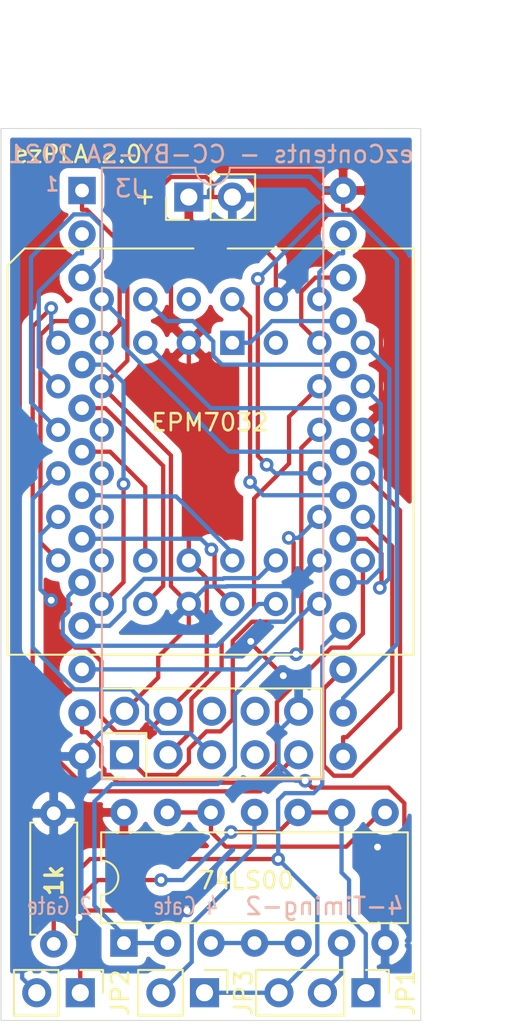
<source format=kicad_pcb>
(kicad_pcb (version 20171130) (host pcbnew "(5.1.9)-1")

  (general
    (thickness 1.6)
    (drawings 16)
    (tracks 347)
    (zones 0)
    (modules 9)
    (nets 48)
  )

  (page A4)
  (title_block
    (title "ezPLA by ezContents (Marek)")
    (date 2023-07-24)
    (rev "v2.0 TEST PCB")
    (company "- updated by AdamT117 https://github.com/Kayto/")
    (comment 3 https://github.com/marekl123/ezPLA-PCB)
    (comment 4 "Update to Original with NAND gate delay.")
  )

  (layers
    (0 F.Cu signal)
    (31 B.Cu signal)
    (32 B.Adhes user hide)
    (33 F.Adhes user hide)
    (34 B.Paste user hide)
    (35 F.Paste user hide)
    (36 B.SilkS user)
    (37 F.SilkS user)
    (38 B.Mask user)
    (39 F.Mask user)
    (40 Dwgs.User user)
    (41 Cmts.User user hide)
    (42 Eco1.User user hide)
    (43 Eco2.User user hide)
    (44 Edge.Cuts user)
    (45 Margin user)
    (46 B.CrtYd user hide)
    (47 F.CrtYd user hide)
    (48 B.Fab user hide)
    (49 F.Fab user hide)
  )

  (setup
    (last_trace_width 0.25)
    (trace_clearance 0.2)
    (zone_clearance 0.508)
    (zone_45_only no)
    (trace_min 0.2)
    (via_size 0.8)
    (via_drill 0.4)
    (via_min_size 0.4)
    (via_min_drill 0.3)
    (uvia_size 0.3)
    (uvia_drill 0.1)
    (uvias_allowed no)
    (uvia_min_size 0.2)
    (uvia_min_drill 0.1)
    (edge_width 0.05)
    (segment_width 0.2)
    (pcb_text_width 0.3)
    (pcb_text_size 1.5 1.5)
    (mod_edge_width 0.12)
    (mod_text_size 1 1)
    (mod_text_width 0.15)
    (pad_size 1.524 1.524)
    (pad_drill 0.762)
    (pad_to_mask_clearance 0)
    (aux_axis_origin 0 0)
    (visible_elements 7FFFFFFF)
    (pcbplotparams
      (layerselection 0x010fc_ffffffff)
      (usegerberextensions true)
      (usegerberattributes false)
      (usegerberadvancedattributes false)
      (creategerberjobfile false)
      (excludeedgelayer true)
      (linewidth 0.100000)
      (plotframeref false)
      (viasonmask false)
      (mode 1)
      (useauxorigin false)
      (hpglpennumber 1)
      (hpglpenspeed 20)
      (hpglpendiameter 15.000000)
      (psnegative false)
      (psa4output false)
      (plotreference true)
      (plotvalue true)
      (plotinvisibletext false)
      (padsonsilk false)
      (subtractmaskfromsilk true)
      (outputformat 1)
      (mirror false)
      (drillshape 0)
      (scaleselection 1)
      (outputdirectory "gerbers/"))
  )

  (net 0 "")
  (net 1 "Net-(J1-Pad8)")
  (net 2 "Net-(J1-Pad6)")
  (net 3 "Net-(J1-Pad7)")
  (net 4 "Net-(U2-Pad19)")
  (net 5 "Net-(U2-Pad16)")
  (net 6 "Net-(U2-Pad14)")
  (net 7 "Net-(U2-Pad12)")
  (net 8 "Net-(U2-Pad2)")
  (net 9 "Net-(U2-Pad43)")
  (net 10 GND)
  (net 11 VCC)
  (net 12 TDI)
  (net 13 TMS)
  (net 14 TDO)
  (net 15 TCK)
  (net 16 A12)
  (net 17 GRW)
  (net 18 BA)
  (net 19 IO)
  (net 20 AEC)
  (net 21 ROML)
  (net 22 RW)
  (net 23 ROMH)
  (net 24 EXROM)
  (net 25 CAS)
  (net 26 GAME)
  (net 27 LORAM)
  (net 28 VA13)
  (net 29 HIRAM)
  (net 30 VA12)
  (net 31 CHAREN)
  (net 32 OE)
  (net 33 VA14)
  (net 34 CASRAM)
  (net 35 A15)
  (net 36 BASIC)
  (net 37 A14)
  (net 38 KERNAL)
  (net 39 A13)
  (net 40 CHAROM)
  (net 41 NC1)
  (net 42 "CASRAM(d)")
  (net 43 "Net-(U1-Pad3)")
  (net 44 "Net-(JP1-Pad2)")
  (net 45 "Net-(JP1-Pad1)")
  (net 46 "Net-(U1-Pad12)")
  (net 47 "Net-(JP3-Pad2)")

  (net_class Default "This is the default net class."
    (clearance 0.2)
    (trace_width 0.25)
    (via_dia 0.8)
    (via_drill 0.4)
    (uvia_dia 0.3)
    (uvia_drill 0.1)
    (add_net A12)
    (add_net A13)
    (add_net A14)
    (add_net A15)
    (add_net AEC)
    (add_net BA)
    (add_net BASIC)
    (add_net CAS)
    (add_net CASRAM)
    (add_net "CASRAM(d)")
    (add_net CHAREN)
    (add_net CHAROM)
    (add_net EXROM)
    (add_net GAME)
    (add_net GND)
    (add_net GRW)
    (add_net HIRAM)
    (add_net IO)
    (add_net KERNAL)
    (add_net LORAM)
    (add_net NC1)
    (add_net "Net-(J1-Pad6)")
    (add_net "Net-(J1-Pad7)")
    (add_net "Net-(J1-Pad8)")
    (add_net "Net-(JP1-Pad1)")
    (add_net "Net-(JP1-Pad2)")
    (add_net "Net-(JP3-Pad2)")
    (add_net "Net-(U1-Pad12)")
    (add_net "Net-(U1-Pad3)")
    (add_net "Net-(U2-Pad12)")
    (add_net "Net-(U2-Pad14)")
    (add_net "Net-(U2-Pad16)")
    (add_net "Net-(U2-Pad19)")
    (add_net "Net-(U2-Pad2)")
    (add_net "Net-(U2-Pad43)")
    (add_net OE)
    (add_net ROMH)
    (add_net ROML)
    (add_net RW)
    (add_net TCK)
    (add_net TDI)
    (add_net TDO)
    (add_net TMS)
    (add_net VA12)
    (add_net VA13)
    (add_net VA14)
    (add_net VCC)
  )

  (module "ezPLA footprints:DIP-28_W15.24mm_mirrored" (layer B.Cu) (tedit 64BC556D) (tstamp 64BC4FFE)
    (at 148 119 180)
    (descr "28-lead though-hole mounted DIP package, row spacing 15.24 mm (600 mils)")
    (tags "THT DIP DIL PDIP 2.54mm 15.24mm 600mil")
    (path /6115D0F0)
    (fp_text reference J3 (at 5 16.5) (layer B.SilkS)
      (effects (font (size 1 1) (thickness 0.15)) (justify mirror))
    )
    (fp_text value PLA-headers (at 0.1524 -18.967) (layer B.Fab) hide
      (effects (font (size 1 1) (thickness 0.15)) (justify mirror))
    )
    (fp_line (start -8.5276 17.933) (end 8.8224 17.933) (layer B.CrtYd) (width 0.05))
    (fp_line (start -8.5276 -18.167) (end -8.5276 17.933) (layer B.CrtYd) (width 0.05))
    (fp_line (start 8.8224 -18.167) (end -8.5276 -18.167) (layer B.CrtYd) (width 0.05))
    (fp_line (start 8.8224 17.933) (end 8.8224 -18.167) (layer B.CrtYd) (width 0.05))
    (fp_line (start -6.3076 17.713) (end -0.8476 17.713) (layer B.SilkS) (width 0.12))
    (fp_line (start -6.3076 -17.967) (end -6.3076 17.713) (layer B.SilkS) (width 0.12))
    (fp_line (start 6.6124 -17.967) (end -6.3076 -17.967) (layer B.SilkS) (width 0.12))
    (fp_line (start 6.6124 17.713) (end 6.6124 -17.967) (layer B.SilkS) (width 0.12))
    (fp_line (start 1.1524 17.713) (end 6.6124 17.713) (layer B.SilkS) (width 0.12))
    (fp_line (start 7.5174 16.653) (end 6.5174 17.653) (layer B.Fab) (width 0.1))
    (fp_line (start 7.5174 -17.907) (end 7.5174 16.653) (layer B.Fab) (width 0.1))
    (fp_line (start -7.2126 -17.907) (end 7.5174 -17.907) (layer B.Fab) (width 0.1))
    (fp_line (start -7.2126 17.653) (end -7.2126 -17.907) (layer B.Fab) (width 0.1))
    (fp_line (start 6.5174 17.653) (end -7.2126 17.653) (layer B.Fab) (width 0.1))
    (fp_arc (start 0.1524 17.713) (end 1.1524 17.713) (angle -180) (layer B.SilkS) (width 0.12))
    (fp_text user %R (at 0.1524 -0.127 180) (layer B.Fab)
      (effects (font (size 1 1) (thickness 0.15)) (justify mirror))
    )
    (pad 1 thru_hole rect (at 7.7724 16.383 180) (size 1.6 1.6) (drill 0.8) (layers *.Cu *.Mask)
      (net 41 NC1))
    (pad 15 thru_hole oval (at -7.4676 -16.637 180) (size 1.6 1.6) (drill 0.8) (layers *.Cu *.Mask)
      (net 40 CHAROM))
    (pad 2 thru_hole oval (at 7.7724 13.843 180) (size 1.6 1.6) (drill 0.8) (layers *.Cu *.Mask)
      (net 39 A13))
    (pad 16 thru_hole oval (at -7.4676 -14.097 180) (size 1.6 1.6) (drill 0.8) (layers *.Cu *.Mask)
      (net 38 KERNAL))
    (pad 3 thru_hole oval (at 7.7724 11.303 180) (size 1.6 1.6) (drill 0.8) (layers *.Cu *.Mask)
      (net 37 A14))
    (pad 17 thru_hole oval (at -7.4676 -11.557 180) (size 1.6 1.6) (drill 0.8) (layers *.Cu *.Mask)
      (net 36 BASIC))
    (pad 4 thru_hole oval (at 7.7724 8.763 180) (size 1.6 1.6) (drill 0.8) (layers *.Cu *.Mask)
      (net 35 A15))
    (pad 18 thru_hole oval (at -7.4676 -9.017 180) (size 1.6 1.6) (drill 0.8) (layers *.Cu *.Mask)
      (net 42 "CASRAM(d)"))
    (pad 5 thru_hole oval (at 7.7724 6.223 180) (size 1.6 1.6) (drill 0.8) (layers *.Cu *.Mask)
      (net 33 VA14))
    (pad 19 thru_hole oval (at -7.4676 -6.477 180) (size 1.6 1.6) (drill 0.8) (layers *.Cu *.Mask)
      (net 32 OE))
    (pad 6 thru_hole oval (at 7.7724 3.683 180) (size 1.6 1.6) (drill 0.8) (layers *.Cu *.Mask)
      (net 31 CHAREN))
    (pad 20 thru_hole oval (at -7.4676 -3.937 180) (size 1.6 1.6) (drill 0.8) (layers *.Cu *.Mask)
      (net 30 VA12))
    (pad 7 thru_hole oval (at 7.7724 1.143 180) (size 1.6 1.6) (drill 0.8) (layers *.Cu *.Mask)
      (net 29 HIRAM))
    (pad 21 thru_hole oval (at -7.4676 -1.397 180) (size 1.6 1.6) (drill 0.8) (layers *.Cu *.Mask)
      (net 28 VA13))
    (pad 8 thru_hole oval (at 7.7724 -1.397 180) (size 1.6 1.6) (drill 0.8) (layers *.Cu *.Mask)
      (net 27 LORAM))
    (pad 22 thru_hole oval (at -7.4676 1.143 180) (size 1.6 1.6) (drill 0.8) (layers *.Cu *.Mask)
      (net 26 GAME))
    (pad 9 thru_hole oval (at 7.7724 -3.937 180) (size 1.6 1.6) (drill 0.8) (layers *.Cu *.Mask)
      (net 25 CAS))
    (pad 23 thru_hole oval (at -7.4676 3.683 180) (size 1.6 1.6) (drill 0.8) (layers *.Cu *.Mask)
      (net 24 EXROM))
    (pad 10 thru_hole oval (at 7.7724 -6.477 180) (size 1.6 1.6) (drill 0.8) (layers *.Cu *.Mask)
      (net 23 ROMH))
    (pad 24 thru_hole oval (at -7.4676 6.223 180) (size 1.6 1.6) (drill 0.8) (layers *.Cu *.Mask)
      (net 22 RW))
    (pad 11 thru_hole oval (at 7.7724 -9.017 180) (size 1.6 1.6) (drill 0.8) (layers *.Cu *.Mask)
      (net 21 ROML))
    (pad 25 thru_hole oval (at -7.4676 8.763 180) (size 1.6 1.6) (drill 0.8) (layers *.Cu *.Mask)
      (net 20 AEC))
    (pad 12 thru_hole oval (at 7.7724 -11.557 180) (size 1.6 1.6) (drill 0.8) (layers *.Cu *.Mask)
      (net 19 IO))
    (pad 26 thru_hole oval (at -7.4676 11.303 180) (size 1.6 1.6) (drill 0.8) (layers *.Cu *.Mask)
      (net 18 BA))
    (pad 13 thru_hole oval (at 7.7724 -14.097 180) (size 1.6 1.6) (drill 0.8) (layers *.Cu *.Mask)
      (net 17 GRW))
    (pad 27 thru_hole oval (at -7.4676 13.843 180) (size 1.6 1.6) (drill 0.8) (layers *.Cu *.Mask)
      (net 16 A12))
    (pad 14 thru_hole oval (at 7.7724 -16.637 180) (size 1.6 1.6) (drill 0.8) (layers *.Cu *.Mask)
      (net 10 GND))
    (pad 28 thru_hole oval (at -7.4676 16.383 180) (size 1.6 1.6) (drill 0.8) (layers *.Cu *.Mask)
      (net 11 VCC))
  )

  (module Connector_PinHeader_2.54mm:PinHeader_1x02_P2.54mm_Vertical (layer F.Cu) (tedit 59FED5CC) (tstamp 6101D7C3)
    (at 146.46 103 90)
    (descr "Through hole straight pin header, 1x02, 2.54mm pitch, single row")
    (tags "Through hole pin header THT 1x02 2.54mm single row")
    (path /61026478)
    (fp_text reference J2 (at 0.75 5.04 180) (layer F.SilkS) hide
      (effects (font (size 1 1) (thickness 0.15)))
    )
    (fp_text value Power (at 0 5.25 270) (layer F.Fab)
      (effects (font (size 1 1) (thickness 0.15)))
    )
    (fp_line (start 1.8 -1.8) (end -1.8 -1.8) (layer F.CrtYd) (width 0.05))
    (fp_line (start 1.8 4.35) (end 1.8 -1.8) (layer F.CrtYd) (width 0.05))
    (fp_line (start -1.8 4.35) (end 1.8 4.35) (layer F.CrtYd) (width 0.05))
    (fp_line (start -1.8 -1.8) (end -1.8 4.35) (layer F.CrtYd) (width 0.05))
    (fp_line (start -1.33 -1.33) (end 0 -1.33) (layer F.SilkS) (width 0.12))
    (fp_line (start -1.33 0) (end -1.33 -1.33) (layer F.SilkS) (width 0.12))
    (fp_line (start -1.33 1.27) (end 1.33 1.27) (layer F.SilkS) (width 0.12))
    (fp_line (start 1.33 1.27) (end 1.33 3.87) (layer F.SilkS) (width 0.12))
    (fp_line (start -1.33 1.27) (end -1.33 3.87) (layer F.SilkS) (width 0.12))
    (fp_line (start -1.33 3.87) (end 1.33 3.87) (layer F.SilkS) (width 0.12))
    (fp_line (start -1.27 -0.635) (end -0.635 -1.27) (layer F.Fab) (width 0.1))
    (fp_line (start -1.27 3.81) (end -1.27 -0.635) (layer F.Fab) (width 0.1))
    (fp_line (start 1.27 3.81) (end -1.27 3.81) (layer F.Fab) (width 0.1))
    (fp_line (start 1.27 -1.27) (end 1.27 3.81) (layer F.Fab) (width 0.1))
    (fp_line (start -0.635 -1.27) (end 1.27 -1.27) (layer F.Fab) (width 0.1))
    (fp_text user %R (at 0 1.27) (layer F.Fab)
      (effects (font (size 1 1) (thickness 0.15)))
    )
    (pad 2 thru_hole oval (at 0 2.54 90) (size 1.7 1.7) (drill 1) (layers *.Cu *.Mask)
      (net 10 GND))
    (pad 1 thru_hole rect (at 0 0 90) (size 1.7 1.7) (drill 1) (layers *.Cu *.Mask)
      (net 11 VCC))
    (model ${KISYS3DMOD}/Connector_PinHeader_2.54mm.3dshapes/PinHeader_1x02_P2.54mm_Vertical.wrl
      (at (xyz 0 0 0))
      (scale (xyz 1 1 1))
      (rotate (xyz 0 0 0))
    )
  )

  (module Package_LCC:PLCC-44_THT-Socket (layer F.Cu) (tedit 5A02ECC8) (tstamp 61018662)
    (at 149 111.5)
    (descr "PLCC, 44 pins, through hole")
    (tags "plcc leaded")
    (path /610C28C3)
    (fp_text reference U2 (at -5 2) (layer F.SilkS) hide
      (effects (font (size 1 1) (thickness 0.15)))
    )
    (fp_text value EPM7032 (at -1 8) (layer F.Fab)
      (effects (font (size 1 1) (thickness 0.15)))
    )
    (fp_line (start 10.58 -5.5) (end -0.27 -5.5) (layer F.SilkS) (width 0.12))
    (fp_line (start 10.58 18.2) (end 10.58 -5.5) (layer F.SilkS) (width 0.12))
    (fp_line (start -13.12 18.2) (end 10.58 18.2) (layer F.SilkS) (width 0.12))
    (fp_line (start -13.12 -4.5) (end -13.12 18.2) (layer F.SilkS) (width 0.12))
    (fp_line (start -12.12 -5.5) (end -13.12 -4.5) (layer F.SilkS) (width 0.12))
    (fp_line (start -2.27 -5.5) (end -12.12 -5.5) (layer F.SilkS) (width 0.12))
    (fp_line (start -1.27 -4.4) (end -0.77 -5.4) (layer F.Fab) (width 0.1))
    (fp_line (start -1.77 -5.4) (end -1.27 -4.4) (layer F.Fab) (width 0.1))
    (fp_line (start 7.94 -2.86) (end -10.48 -2.86) (layer F.Fab) (width 0.1))
    (fp_line (start 7.94 15.56) (end 7.94 -2.86) (layer F.Fab) (width 0.1))
    (fp_line (start -10.48 15.56) (end 7.94 15.56) (layer F.Fab) (width 0.1))
    (fp_line (start -10.48 -2.86) (end -10.48 15.56) (layer F.Fab) (width 0.1))
    (fp_line (start 10.98 -5.9) (end -13.52 -5.9) (layer F.CrtYd) (width 0.05))
    (fp_line (start 10.98 18.6) (end 10.98 -5.9) (layer F.CrtYd) (width 0.05))
    (fp_line (start -13.52 18.6) (end 10.98 18.6) (layer F.CrtYd) (width 0.05))
    (fp_line (start -13.52 -5.9) (end -13.52 18.6) (layer F.CrtYd) (width 0.05))
    (fp_line (start 10.48 -5.4) (end -12.02 -5.4) (layer F.Fab) (width 0.1))
    (fp_line (start 10.48 18.1) (end 10.48 -5.4) (layer F.Fab) (width 0.1))
    (fp_line (start -13.02 18.1) (end 10.48 18.1) (layer F.Fab) (width 0.1))
    (fp_line (start -13.02 -4.4) (end -13.02 18.1) (layer F.Fab) (width 0.1))
    (fp_line (start -12.02 -5.4) (end -13.02 -4.4) (layer F.Fab) (width 0.1))
    (fp_text user %R (at -1.27 6.35) (layer F.Fab)
      (effects (font (size 1 1) (thickness 0.15)))
    )
    (pad 39 thru_hole circle (at 7.62 0) (size 1.4224 1.4224) (drill 0.8) (layers *.Cu *.Mask)
      (net 30 VA12))
    (pad 37 thru_hole circle (at 7.62 2.54) (size 1.4224 1.4224) (drill 0.8) (layers *.Cu *.Mask)
      (net 32 OE))
    (pad 35 thru_hole circle (at 7.62 5.08) (size 1.4224 1.4224) (drill 0.8) (layers *.Cu *.Mask)
      (net 11 VCC))
    (pad 33 thru_hole circle (at 7.62 7.62) (size 1.4224 1.4224) (drill 0.8) (layers *.Cu *.Mask)
      (net 36 BASIC))
    (pad 31 thru_hole circle (at 7.62 10.16) (size 1.4224 1.4224) (drill 0.8) (layers *.Cu *.Mask)
      (net 40 CHAROM))
    (pad 40 thru_hole circle (at 5.08 -2.54) (size 1.4224 1.4224) (drill 0.8) (layers *.Cu *.Mask)
      (net 16 A12))
    (pad 38 thru_hole circle (at 5.08 2.54) (size 1.4224 1.4224) (drill 0.8) (layers *.Cu *.Mask)
      (net 14 TDO))
    (pad 36 thru_hole circle (at 5.08 5.08) (size 1.4224 1.4224) (drill 0.8) (layers *.Cu *.Mask)
      (net 34 CASRAM))
    (pad 34 thru_hole circle (at 5.08 7.62) (size 1.4224 1.4224) (drill 0.8) (layers *.Cu *.Mask)
      (net 38 KERNAL))
    (pad 32 thru_hole circle (at 5.08 10.16) (size 1.4224 1.4224) (drill 0.8) (layers *.Cu *.Mask)
      (net 15 TCK))
    (pad 30 thru_hole circle (at 5.08 12.7) (size 1.4224 1.4224) (drill 0.8) (layers *.Cu *.Mask)
      (net 10 GND))
    (pad 28 thru_hole circle (at 5.08 15.24) (size 1.4224 1.4224) (drill 0.8) (layers *.Cu *.Mask)
      (net 19 IO))
    (pad 26 thru_hole circle (at 2.54 15.24) (size 1.4224 1.4224) (drill 0.8) (layers *.Cu *.Mask)
      (net 23 ROMH))
    (pad 24 thru_hole circle (at 0 15.24) (size 1.4224 1.4224) (drill 0.8) (layers *.Cu *.Mask)
      (net 25 CAS))
    (pad 22 thru_hole circle (at -2.54 15.24) (size 1.4224 1.4224) (drill 0.8) (layers *.Cu *.Mask)
      (net 10 GND))
    (pad 20 thru_hole circle (at -5.08 15.24) (size 1.4224 1.4224) (drill 0.8) (layers *.Cu *.Mask)
      (net 31 CHAREN))
    (pad 18 thru_hole circle (at -7.62 15.24) (size 1.4224 1.4224) (drill 0.8) (layers *.Cu *.Mask)
      (net 33 VA14))
    (pad 29 thru_hole circle (at 7.62 12.7) (size 1.4224 1.4224) (drill 0.8) (layers *.Cu *.Mask)
      (net 17 GRW))
    (pad 27 thru_hole circle (at 2.54 12.7) (size 1.4224 1.4224) (drill 0.8) (layers *.Cu *.Mask)
      (net 21 ROML))
    (pad 25 thru_hole circle (at 0 12.7) (size 1.4224 1.4224) (drill 0.8) (layers *.Cu *.Mask)
      (net 27 LORAM))
    (pad 23 thru_hole circle (at -2.54 12.7) (size 1.4224 1.4224) (drill 0.8) (layers *.Cu *.Mask)
      (net 11 VCC))
    (pad 21 thru_hole circle (at -5.08 12.7) (size 1.4224 1.4224) (drill 0.8) (layers *.Cu *.Mask)
      (net 29 HIRAM))
    (pad 19 thru_hole circle (at -7.62 12.7) (size 1.4224 1.4224) (drill 0.8) (layers *.Cu *.Mask)
      (net 4 "Net-(U2-Pad19)"))
    (pad 17 thru_hole circle (at -10.16 12.7) (size 1.4224 1.4224) (drill 0.8) (layers *.Cu *.Mask)
      (net 35 A15))
    (pad 15 thru_hole circle (at -10.16 10.16) (size 1.4224 1.4224) (drill 0.8) (layers *.Cu *.Mask)
      (net 11 VCC))
    (pad 13 thru_hole circle (at -10.16 7.62) (size 1.4224 1.4224) (drill 0.8) (layers *.Cu *.Mask)
      (net 13 TMS))
    (pad 11 thru_hole circle (at -10.16 5.08) (size 1.4224 1.4224) (drill 0.8) (layers *.Cu *.Mask)
      (net 37 A14))
    (pad 9 thru_hole circle (at -10.16 2.54) (size 1.4224 1.4224) (drill 0.8) (layers *.Cu *.Mask)
      (net 39 A13))
    (pad 7 thru_hole circle (at -10.16 0) (size 1.4224 1.4224) (drill 0.8) (layers *.Cu *.Mask)
      (net 12 TDI))
    (pad 16 thru_hole circle (at -7.62 10.16) (size 1.4224 1.4224) (drill 0.8) (layers *.Cu *.Mask)
      (net 5 "Net-(U2-Pad16)"))
    (pad 14 thru_hole circle (at -7.62 7.62) (size 1.4224 1.4224) (drill 0.8) (layers *.Cu *.Mask)
      (net 6 "Net-(U2-Pad14)"))
    (pad 12 thru_hole circle (at -7.62 5.08) (size 1.4224 1.4224) (drill 0.8) (layers *.Cu *.Mask)
      (net 7 "Net-(U2-Pad12)"))
    (pad 10 thru_hole circle (at -7.62 2.54) (size 1.4224 1.4224) (drill 0.8) (layers *.Cu *.Mask)
      (net 10 GND))
    (pad 8 thru_hole circle (at -7.62 0) (size 1.4224 1.4224) (drill 0.8) (layers *.Cu *.Mask)
      (net 41 NC1))
    (pad 42 thru_hole circle (at 2.54 -2.54) (size 1.4224 1.4224) (drill 0.8) (layers *.Cu *.Mask)
      (net 10 GND))
    (pad 44 thru_hole circle (at 0 -2.54) (size 1.4224 1.4224) (drill 0.8) (layers *.Cu *.Mask)
      (net 28 VA13))
    (pad 6 thru_hole circle (at -7.62 -2.54) (size 1.4224 1.4224) (drill 0.8) (layers *.Cu *.Mask)
      (net 26 GAME))
    (pad 4 thru_hole circle (at -5.08 -2.54) (size 1.4224 1.4224) (drill 0.8) (layers *.Cu *.Mask)
      (net 22 RW))
    (pad 2 thru_hole circle (at -2.54 -2.54) (size 1.4224 1.4224) (drill 0.8) (layers *.Cu *.Mask)
      (net 8 "Net-(U2-Pad2)"))
    (pad 41 thru_hole circle (at 5.08 0) (size 1.4224 1.4224) (drill 0.8) (layers *.Cu *.Mask)
      (net 18 BA))
    (pad 43 thru_hole circle (at 2.54 0) (size 1.4224 1.4224) (drill 0.8) (layers *.Cu *.Mask)
      (net 9 "Net-(U2-Pad43)"))
    (pad 5 thru_hole circle (at -5.08 0) (size 1.4224 1.4224) (drill 0.8) (layers *.Cu *.Mask)
      (net 24 EXROM))
    (pad 3 thru_hole circle (at -2.54 0) (size 1.4224 1.4224) (drill 0.8) (layers *.Cu *.Mask)
      (net 11 VCC))
    (pad 1 thru_hole rect (at 0 0) (size 1.4224 1.4224) (drill 0.8) (layers *.Cu *.Mask)
      (net 20 AEC))
    (model ${KISYS3DMOD}/Package_LCC.3dshapes/PLCC-44_THT-Socket.wrl
      (at (xyz 0 0 0))
      (scale (xyz 1 1 1))
      (rotate (xyz 0 0 0))
    )
  )

  (module Connector_PinHeader_2.54mm:PinHeader_2x05_P2.54mm_Vertical (layer F.Cu) (tedit 59FED5CC) (tstamp 64AD4B78)
    (at 142.71 135.54 90)
    (descr "Through hole straight pin header, 2x05, 2.54mm pitch, double rows")
    (tags "Through hole pin header THT 2x05 2.54mm double row")
    (path /6101EA6B)
    (fp_text reference J1 (at 1.27 -2.33 90) (layer F.SilkS) hide
      (effects (font (size 1 1) (thickness 0.15)))
    )
    (fp_text value JTAG-10 (at 1.27 12.49 90) (layer F.Fab)
      (effects (font (size 1 1) (thickness 0.15)))
    )
    (fp_line (start 4.35 -1.8) (end -1.8 -1.8) (layer F.CrtYd) (width 0.05))
    (fp_line (start 4.35 11.95) (end 4.35 -1.8) (layer F.CrtYd) (width 0.05))
    (fp_line (start -1.8 11.95) (end 4.35 11.95) (layer F.CrtYd) (width 0.05))
    (fp_line (start -1.8 -1.8) (end -1.8 11.95) (layer F.CrtYd) (width 0.05))
    (fp_line (start -1.33 -1.33) (end 0 -1.33) (layer F.SilkS) (width 0.12))
    (fp_line (start -1.33 0) (end -1.33 -1.33) (layer F.SilkS) (width 0.12))
    (fp_line (start 1.27 -1.33) (end 3.87 -1.33) (layer F.SilkS) (width 0.12))
    (fp_line (start 1.27 1.27) (end 1.27 -1.33) (layer F.SilkS) (width 0.12))
    (fp_line (start -1.33 1.27) (end 1.27 1.27) (layer F.SilkS) (width 0.12))
    (fp_line (start 3.87 -1.33) (end 3.87 11.49) (layer F.SilkS) (width 0.12))
    (fp_line (start -1.33 1.27) (end -1.33 11.49) (layer F.SilkS) (width 0.12))
    (fp_line (start -1.33 11.49) (end 3.87 11.49) (layer F.SilkS) (width 0.12))
    (fp_line (start -1.27 0) (end 0 -1.27) (layer F.Fab) (width 0.1))
    (fp_line (start -1.27 11.43) (end -1.27 0) (layer F.Fab) (width 0.1))
    (fp_line (start 3.81 11.43) (end -1.27 11.43) (layer F.Fab) (width 0.1))
    (fp_line (start 3.81 -1.27) (end 3.81 11.43) (layer F.Fab) (width 0.1))
    (fp_line (start 0 -1.27) (end 3.81 -1.27) (layer F.Fab) (width 0.1))
    (fp_text user %R (at 1.27 5.08) (layer F.Fab)
      (effects (font (size 1 1) (thickness 0.15)))
    )
    (pad 1 thru_hole rect (at 0 0 90) (size 1.7 1.7) (drill 1) (layers *.Cu *.Mask)
      (net 15 TCK))
    (pad 2 thru_hole oval (at 2.54 0 90) (size 1.7 1.7) (drill 1) (layers *.Cu *.Mask)
      (net 10 GND))
    (pad 3 thru_hole oval (at 0 2.54 90) (size 1.7 1.7) (drill 1) (layers *.Cu *.Mask)
      (net 14 TDO))
    (pad 4 thru_hole oval (at 2.54 2.54 90) (size 1.7 1.7) (drill 1) (layers *.Cu *.Mask)
      (net 11 VCC))
    (pad 5 thru_hole oval (at 0 5.08 90) (size 1.7 1.7) (drill 1) (layers *.Cu *.Mask)
      (net 13 TMS))
    (pad 6 thru_hole oval (at 2.54 5.08 90) (size 1.7 1.7) (drill 1) (layers *.Cu *.Mask)
      (net 2 "Net-(J1-Pad6)"))
    (pad 7 thru_hole oval (at 0 7.62 90) (size 1.7 1.7) (drill 1) (layers *.Cu *.Mask)
      (net 3 "Net-(J1-Pad7)"))
    (pad 8 thru_hole oval (at 2.54 7.62 90) (size 1.7 1.7) (drill 1) (layers *.Cu *.Mask)
      (net 1 "Net-(J1-Pad8)"))
    (pad 9 thru_hole oval (at 0 10.16 90) (size 1.7 1.7) (drill 1) (layers *.Cu *.Mask)
      (net 12 TDI))
    (pad 10 thru_hole oval (at 2.54 10.16 90) (size 1.7 1.7) (drill 1) (layers *.Cu *.Mask)
      (net 10 GND))
    (model ${KISYS3DMOD}/Connector_PinHeader_2.54mm.3dshapes/PinHeader_2x05_P2.54mm_Vertical.wrl
      (at (xyz 0 0 0))
      (scale (xyz 1 1 1))
      (rotate (xyz 0 0 0))
    )
  )

  (module Resistor_THT:R_Axial_DIN0207_L6.3mm_D2.5mm_P7.62mm_Horizontal (layer F.Cu) (tedit 5AE5139B) (tstamp 64AD4BAD)
    (at 138.575 146.575 90)
    (descr "Resistor, Axial_DIN0207 series, Axial, Horizontal, pin pitch=7.62mm, 0.25W = 1/4W, length*diameter=6.3*2.5mm^2, http://cdn-reichelt.de/documents/datenblatt/B400/1_4W%23YAG.pdf")
    (tags "Resistor Axial_DIN0207 series Axial Horizontal pin pitch 7.62mm 0.25W = 1/4W length 6.3mm diameter 2.5mm")
    (path /64AED40B)
    (fp_text reference R1 (at 3.81 -2.37 90) (layer F.SilkS) hide
      (effects (font (size 1 1) (thickness 0.15)))
    )
    (fp_text value 1k (at 3.81 2.37 90) (layer F.Fab)
      (effects (font (size 1 1) (thickness 0.15)))
    )
    (fp_line (start 8.67 -1.5) (end -1.05 -1.5) (layer F.CrtYd) (width 0.05))
    (fp_line (start 8.67 1.5) (end 8.67 -1.5) (layer F.CrtYd) (width 0.05))
    (fp_line (start -1.05 1.5) (end 8.67 1.5) (layer F.CrtYd) (width 0.05))
    (fp_line (start -1.05 -1.5) (end -1.05 1.5) (layer F.CrtYd) (width 0.05))
    (fp_line (start 7.08 1.37) (end 7.08 1.04) (layer F.SilkS) (width 0.12))
    (fp_line (start 0.54 1.37) (end 7.08 1.37) (layer F.SilkS) (width 0.12))
    (fp_line (start 0.54 1.04) (end 0.54 1.37) (layer F.SilkS) (width 0.12))
    (fp_line (start 7.08 -1.37) (end 7.08 -1.04) (layer F.SilkS) (width 0.12))
    (fp_line (start 0.54 -1.37) (end 7.08 -1.37) (layer F.SilkS) (width 0.12))
    (fp_line (start 0.54 -1.04) (end 0.54 -1.37) (layer F.SilkS) (width 0.12))
    (fp_line (start 7.62 0) (end 6.96 0) (layer F.Fab) (width 0.1))
    (fp_line (start 0 0) (end 0.66 0) (layer F.Fab) (width 0.1))
    (fp_line (start 6.96 -1.25) (end 0.66 -1.25) (layer F.Fab) (width 0.1))
    (fp_line (start 6.96 1.25) (end 6.96 -1.25) (layer F.Fab) (width 0.1))
    (fp_line (start 0.66 1.25) (end 6.96 1.25) (layer F.Fab) (width 0.1))
    (fp_line (start 0.66 -1.25) (end 0.66 1.25) (layer F.Fab) (width 0.1))
    (fp_text user %R (at 3.81 0 90) (layer F.Fab)
      (effects (font (size 1 1) (thickness 0.15)))
    )
    (pad 1 thru_hole circle (at 0 0 90) (size 1.6 1.6) (drill 0.8) (layers *.Cu *.Mask)
      (net 42 "CASRAM(d)"))
    (pad 2 thru_hole oval (at 7.62 0 90) (size 1.6 1.6) (drill 0.8) (layers *.Cu *.Mask)
      (net 10 GND))
    (model ${KISYS3DMOD}/Resistor_THT.3dshapes/R_Axial_DIN0207_L6.3mm_D2.5mm_P7.62mm_Horizontal.wrl
      (at (xyz 0 0 0))
      (scale (xyz 1 1 1))
      (rotate (xyz 0 0 0))
    )
  )

  (module Package_DIP:DIP-14_W7.62mm (layer F.Cu) (tedit 5A02E8C5) (tstamp 64ADDA83)
    (at 142.675 146.525 90)
    (descr "14-lead though-hole mounted DIP package, row spacing 7.62 mm (300 mils)")
    (tags "THT DIP DIL PDIP 2.54mm 7.62mm 300mil")
    (path /64AD67CD)
    (fp_text reference U1 (at 3.81 -2.33 90) (layer F.SilkS) hide
      (effects (font (size 1 1) (thickness 0.15)))
    )
    (fp_text value 74LS00 (at 3.81 17.57 90) (layer F.Fab)
      (effects (font (size 1 1) (thickness 0.15)))
    )
    (fp_line (start 8.7 -1.55) (end -1.1 -1.55) (layer F.CrtYd) (width 0.05))
    (fp_line (start 8.7 16.8) (end 8.7 -1.55) (layer F.CrtYd) (width 0.05))
    (fp_line (start -1.1 16.8) (end 8.7 16.8) (layer F.CrtYd) (width 0.05))
    (fp_line (start -1.1 -1.55) (end -1.1 16.8) (layer F.CrtYd) (width 0.05))
    (fp_line (start 6.46 -1.33) (end 4.81 -1.33) (layer F.SilkS) (width 0.12))
    (fp_line (start 6.46 16.57) (end 6.46 -1.33) (layer F.SilkS) (width 0.12))
    (fp_line (start 1.16 16.57) (end 6.46 16.57) (layer F.SilkS) (width 0.12))
    (fp_line (start 1.16 -1.33) (end 1.16 16.57) (layer F.SilkS) (width 0.12))
    (fp_line (start 2.81 -1.33) (end 1.16 -1.33) (layer F.SilkS) (width 0.12))
    (fp_line (start 0.635 -0.27) (end 1.635 -1.27) (layer F.Fab) (width 0.1))
    (fp_line (start 0.635 16.51) (end 0.635 -0.27) (layer F.Fab) (width 0.1))
    (fp_line (start 6.985 16.51) (end 0.635 16.51) (layer F.Fab) (width 0.1))
    (fp_line (start 6.985 -1.27) (end 6.985 16.51) (layer F.Fab) (width 0.1))
    (fp_line (start 1.635 -1.27) (end 6.985 -1.27) (layer F.Fab) (width 0.1))
    (fp_arc (start 3.81 -1.33) (end 2.81 -1.33) (angle -180) (layer F.SilkS) (width 0.12))
    (fp_text user %R (at 3.81 7.62 90) (layer F.Fab)
      (effects (font (size 1 1) (thickness 0.15)))
    )
    (pad 1 thru_hole rect (at 0 0 90) (size 1.6 1.6) (drill 0.8) (layers *.Cu *.Mask)
      (net 34 CASRAM))
    (pad 8 thru_hole oval (at 7.62 15.24 90) (size 1.6 1.6) (drill 0.8) (layers *.Cu *.Mask)
      (net 46 "Net-(U1-Pad12)"))
    (pad 2 thru_hole oval (at 0 2.54 90) (size 1.6 1.6) (drill 0.8) (layers *.Cu *.Mask)
      (net 34 CASRAM))
    (pad 9 thru_hole oval (at 7.62 12.7 90) (size 1.6 1.6) (drill 0.8) (layers *.Cu *.Mask)
      (net 45 "Net-(JP1-Pad1)"))
    (pad 3 thru_hole oval (at 0 5.08 90) (size 1.6 1.6) (drill 0.8) (layers *.Cu *.Mask)
      (net 43 "Net-(U1-Pad3)"))
    (pad 10 thru_hole oval (at 7.62 10.16 90) (size 1.6 1.6) (drill 0.8) (layers *.Cu *.Mask)
      (net 45 "Net-(JP1-Pad1)"))
    (pad 4 thru_hole oval (at 0 7.62 90) (size 1.6 1.6) (drill 0.8) (layers *.Cu *.Mask)
      (net 43 "Net-(U1-Pad3)"))
    (pad 11 thru_hole oval (at 7.62 7.62 90) (size 1.6 1.6) (drill 0.8) (layers *.Cu *.Mask)
      (net 47 "Net-(JP3-Pad2)"))
    (pad 5 thru_hole oval (at 0 10.16 90) (size 1.6 1.6) (drill 0.8) (layers *.Cu *.Mask)
      (net 43 "Net-(U1-Pad3)"))
    (pad 12 thru_hole oval (at 7.62 5.08 90) (size 1.6 1.6) (drill 0.8) (layers *.Cu *.Mask)
      (net 46 "Net-(U1-Pad12)"))
    (pad 6 thru_hole oval (at 0 12.7 90) (size 1.6 1.6) (drill 0.8) (layers *.Cu *.Mask)
      (net 44 "Net-(JP1-Pad2)"))
    (pad 13 thru_hole oval (at 7.62 2.54 90) (size 1.6 1.6) (drill 0.8) (layers *.Cu *.Mask)
      (net 46 "Net-(U1-Pad12)"))
    (pad 7 thru_hole oval (at 0 15.24 90) (size 1.6 1.6) (drill 0.8) (layers *.Cu *.Mask)
      (net 10 GND))
    (pad 14 thru_hole oval (at 7.62 0 90) (size 1.6 1.6) (drill 0.8) (layers *.Cu *.Mask)
      (net 11 VCC))
    (model ${KISYS3DMOD}/Package_DIP.3dshapes/DIP-14_W7.62mm.wrl
      (at (xyz 0 0 0))
      (scale (xyz 1 1 1))
      (rotate (xyz 0 0 0))
    )
  )

  (module Connector_PinHeader_2.54mm:PinHeader_1x03_P2.54mm_Vertical (layer F.Cu) (tedit 59FED5CC) (tstamp 64BE5C09)
    (at 156.8 149.425 270)
    (descr "Through hole straight pin header, 1x03, 2.54mm pitch, single row")
    (tags "Through hole pin header THT 1x03 2.54mm single row")
    (path /64B76C9A)
    (fp_text reference JP1 (at 0 -2.33 90) (layer F.SilkS)
      (effects (font (size 1 1) (thickness 0.15)))
    )
    (fp_text value Jumper_3_Open (at 0 7.41 90) (layer F.Fab)
      (effects (font (size 1 1) (thickness 0.15)))
    )
    (fp_line (start 1.8 -1.8) (end -1.8 -1.8) (layer F.CrtYd) (width 0.05))
    (fp_line (start 1.8 6.85) (end 1.8 -1.8) (layer F.CrtYd) (width 0.05))
    (fp_line (start -1.8 6.85) (end 1.8 6.85) (layer F.CrtYd) (width 0.05))
    (fp_line (start -1.8 -1.8) (end -1.8 6.85) (layer F.CrtYd) (width 0.05))
    (fp_line (start -1.33 -1.33) (end 0 -1.33) (layer F.SilkS) (width 0.12))
    (fp_line (start -1.33 0) (end -1.33 -1.33) (layer F.SilkS) (width 0.12))
    (fp_line (start -1.33 1.27) (end 1.33 1.27) (layer F.SilkS) (width 0.12))
    (fp_line (start 1.33 1.27) (end 1.33 6.41) (layer F.SilkS) (width 0.12))
    (fp_line (start -1.33 1.27) (end -1.33 6.41) (layer F.SilkS) (width 0.12))
    (fp_line (start -1.33 6.41) (end 1.33 6.41) (layer F.SilkS) (width 0.12))
    (fp_line (start -1.27 -0.635) (end -0.635 -1.27) (layer F.Fab) (width 0.1))
    (fp_line (start -1.27 6.35) (end -1.27 -0.635) (layer F.Fab) (width 0.1))
    (fp_line (start 1.27 6.35) (end -1.27 6.35) (layer F.Fab) (width 0.1))
    (fp_line (start 1.27 -1.27) (end 1.27 6.35) (layer F.Fab) (width 0.1))
    (fp_line (start -0.635 -1.27) (end 1.27 -1.27) (layer F.Fab) (width 0.1))
    (fp_text user %R (at 0 2.54) (layer F.Fab)
      (effects (font (size 1 1) (thickness 0.15)))
    )
    (pad 1 thru_hole rect (at 0 0 270) (size 1.7 1.7) (drill 1) (layers *.Cu *.Mask)
      (net 45 "Net-(JP1-Pad1)"))
    (pad 2 thru_hole oval (at 0 2.54 270) (size 1.7 1.7) (drill 1) (layers *.Cu *.Mask)
      (net 44 "Net-(JP1-Pad2)"))
    (pad 3 thru_hole oval (at 0 5.08 270) (size 1.7 1.7) (drill 1) (layers *.Cu *.Mask)
      (net 42 "CASRAM(d)"))
    (model ${KISYS3DMOD}/Connector_PinHeader_2.54mm.3dshapes/PinHeader_1x03_P2.54mm_Vertical.wrl
      (at (xyz 0 0 0))
      (scale (xyz 1 1 1))
      (rotate (xyz 0 0 0))
    )
  )

  (module Connector_PinHeader_2.54mm:PinHeader_1x02_P2.54mm_Vertical (layer F.Cu) (tedit 59FED5CC) (tstamp 64BE5C1F)
    (at 140.125 149.425 270)
    (descr "Through hole straight pin header, 1x02, 2.54mm pitch, single row")
    (tags "Through hole pin header THT 1x02 2.54mm single row")
    (path /64BC8652)
    (fp_text reference JP2 (at 0 -2.33 90) (layer F.SilkS)
      (effects (font (size 1 1) (thickness 0.15)))
    )
    (fp_text value Jumper_2_Open (at 0 4.87 90) (layer F.Fab)
      (effects (font (size 1 1) (thickness 0.15)))
    )
    (fp_line (start 1.8 -1.8) (end -1.8 -1.8) (layer F.CrtYd) (width 0.05))
    (fp_line (start 1.8 4.35) (end 1.8 -1.8) (layer F.CrtYd) (width 0.05))
    (fp_line (start -1.8 4.35) (end 1.8 4.35) (layer F.CrtYd) (width 0.05))
    (fp_line (start -1.8 -1.8) (end -1.8 4.35) (layer F.CrtYd) (width 0.05))
    (fp_line (start -1.33 -1.33) (end 0 -1.33) (layer F.SilkS) (width 0.12))
    (fp_line (start -1.33 0) (end -1.33 -1.33) (layer F.SilkS) (width 0.12))
    (fp_line (start -1.33 1.27) (end 1.33 1.27) (layer F.SilkS) (width 0.12))
    (fp_line (start 1.33 1.27) (end 1.33 3.87) (layer F.SilkS) (width 0.12))
    (fp_line (start -1.33 1.27) (end -1.33 3.87) (layer F.SilkS) (width 0.12))
    (fp_line (start -1.33 3.87) (end 1.33 3.87) (layer F.SilkS) (width 0.12))
    (fp_line (start -1.27 -0.635) (end -0.635 -1.27) (layer F.Fab) (width 0.1))
    (fp_line (start -1.27 3.81) (end -1.27 -0.635) (layer F.Fab) (width 0.1))
    (fp_line (start 1.27 3.81) (end -1.27 3.81) (layer F.Fab) (width 0.1))
    (fp_line (start 1.27 -1.27) (end 1.27 3.81) (layer F.Fab) (width 0.1))
    (fp_line (start -0.635 -1.27) (end 1.27 -1.27) (layer F.Fab) (width 0.1))
    (fp_text user %R (at 0 1.27) (layer F.Fab)
      (effects (font (size 1 1) (thickness 0.15)))
    )
    (pad 1 thru_hole rect (at 0 0 270) (size 1.7 1.7) (drill 1) (layers *.Cu *.Mask)
      (net 45 "Net-(JP1-Pad1)"))
    (pad 2 thru_hole oval (at 0 2.54 270) (size 1.7 1.7) (drill 1) (layers *.Cu *.Mask)
      (net 10 GND))
    (model ${KISYS3DMOD}/Connector_PinHeader_2.54mm.3dshapes/PinHeader_1x02_P2.54mm_Vertical.wrl
      (at (xyz 0 0 0))
      (scale (xyz 1 1 1))
      (rotate (xyz 0 0 0))
    )
  )

  (module Connector_PinHeader_2.54mm:PinHeader_1x02_P2.54mm_Vertical (layer F.Cu) (tedit 59FED5CC) (tstamp 64BE5C34)
    (at 147.375 149.425 270)
    (descr "Through hole straight pin header, 1x02, 2.54mm pitch, single row")
    (tags "Through hole pin header THT 1x02 2.54mm single row")
    (path /64BDDE86)
    (fp_text reference JP3 (at 0 -2.275 90) (layer F.SilkS)
      (effects (font (size 1 1) (thickness 0.15)))
    )
    (fp_text value Jumper_2_Open (at 0 4.87 90) (layer F.Fab)
      (effects (font (size 1 1) (thickness 0.15)))
    )
    (fp_text user %R (at 0 1.27) (layer F.Fab)
      (effects (font (size 1 1) (thickness 0.15)))
    )
    (fp_line (start -0.635 -1.27) (end 1.27 -1.27) (layer F.Fab) (width 0.1))
    (fp_line (start 1.27 -1.27) (end 1.27 3.81) (layer F.Fab) (width 0.1))
    (fp_line (start 1.27 3.81) (end -1.27 3.81) (layer F.Fab) (width 0.1))
    (fp_line (start -1.27 3.81) (end -1.27 -0.635) (layer F.Fab) (width 0.1))
    (fp_line (start -1.27 -0.635) (end -0.635 -1.27) (layer F.Fab) (width 0.1))
    (fp_line (start -1.33 3.87) (end 1.33 3.87) (layer F.SilkS) (width 0.12))
    (fp_line (start -1.33 1.27) (end -1.33 3.87) (layer F.SilkS) (width 0.12))
    (fp_line (start 1.33 1.27) (end 1.33 3.87) (layer F.SilkS) (width 0.12))
    (fp_line (start -1.33 1.27) (end 1.33 1.27) (layer F.SilkS) (width 0.12))
    (fp_line (start -1.33 0) (end -1.33 -1.33) (layer F.SilkS) (width 0.12))
    (fp_line (start -1.33 -1.33) (end 0 -1.33) (layer F.SilkS) (width 0.12))
    (fp_line (start -1.8 -1.8) (end -1.8 4.35) (layer F.CrtYd) (width 0.05))
    (fp_line (start -1.8 4.35) (end 1.8 4.35) (layer F.CrtYd) (width 0.05))
    (fp_line (start 1.8 4.35) (end 1.8 -1.8) (layer F.CrtYd) (width 0.05))
    (fp_line (start 1.8 -1.8) (end -1.8 -1.8) (layer F.CrtYd) (width 0.05))
    (pad 2 thru_hole oval (at 0 2.54 270) (size 1.7 1.7) (drill 1) (layers *.Cu *.Mask)
      (net 47 "Net-(JP3-Pad2)"))
    (pad 1 thru_hole rect (at 0 0 270) (size 1.7 1.7) (drill 1) (layers *.Cu *.Mask)
      (net 42 "CASRAM(d)"))
    (model ${KISYS3DMOD}/Connector_PinHeader_2.54mm.3dshapes/PinHeader_1x02_P2.54mm_Vertical.wrl
      (at (xyz 0 0 0))
      (scale (xyz 1 1 1))
      (rotate (xyz 0 0 0))
    )
  )

  (gr_text "4 Gate" (at 146.275 144.36875) (layer B.SilkS) (tstamp 64BC58A8)
    (effects (font (size 1 0.75) (thickness 0.125)) (justify mirror))
  )
  (gr_text "2 Gate" (at 138.9 144.36875) (layer B.SilkS) (tstamp 64BC585C)
    (effects (font (size 1 0.75) (thickness 0.125)) (justify mirror))
  )
  (gr_text 4-Timing-2 (at 154.375 144.375) (layer B.SilkS) (tstamp 64ADE6D7)
    (effects (font (size 1 1) (thickness 0.15)) (justify mirror))
  )
  (gr_text 74LS00 (at 149.8 142.875) (layer F.SilkS)
    (effects (font (size 1 1) (thickness 0.15)))
  )
  (gr_text 1k (at 138.6 142.875 90) (layer F.SilkS) (tstamp 64ADC791)
    (effects (font (size 1 1) (thickness 0.2)))
  )
  (gr_text EPM7032 (at 147.7 116.15) (layer F.SilkS) (tstamp 64ADC54D)
    (effects (font (size 1 1) (thickness 0.15)))
  )
  (dimension 24.5 (width 0.12) (layer Dwgs.User)
    (gr_text "24.500 mm" (at 147.75 92.23) (layer Dwgs.User)
      (effects (font (size 1 1) (thickness 0.15)))
    )
    (feature1 (pts (xy 160 96.5) (xy 160 92.913579)))
    (feature2 (pts (xy 135.5 96.5) (xy 135.5 92.913579)))
    (crossbar (pts (xy 135.5 93.5) (xy 160 93.5)))
    (arrow1a (pts (xy 160 93.5) (xy 158.873496 94.086421)))
    (arrow1b (pts (xy 160 93.5) (xy 158.873496 92.913579)))
    (arrow2a (pts (xy 135.5 93.5) (xy 136.626504 94.086421)))
    (arrow2b (pts (xy 135.5 93.5) (xy 136.626504 92.913579)))
  )
  (dimension 52.04 (width 0.12) (layer Dwgs.User)
    (gr_text "52.040 mm" (at 164.241816 125.02 90) (layer Dwgs.User)
      (effects (font (size 1 1) (thickness 0.15)))
    )
    (feature1 (pts (xy 160 99) (xy 163.558237 99)))
    (feature2 (pts (xy 160 151.04) (xy 163.558237 151.04)))
    (crossbar (pts (xy 162.971816 151.04) (xy 162.971816 99)))
    (arrow1a (pts (xy 162.971816 99) (xy 163.558237 100.126504)))
    (arrow1b (pts (xy 162.971816 99) (xy 162.385395 100.126504)))
    (arrow2a (pts (xy 162.971816 151.04) (xy 163.558237 149.913496)))
    (arrow2b (pts (xy 162.971816 151.04) (xy 162.385395 149.913496)))
  )
  (gr_text 1 (at 138.5 102.25) (layer B.SilkS)
    (effects (font (size 0.8 0.8) (thickness 0.15) italic) (justify mirror))
  )
  (gr_text "ezContents - CC-BY-SA 2021" (at 147.75 100.5) (layer B.SilkS)
    (effects (font (size 1 1) (thickness 0.15)) (justify mirror))
  )
  (gr_text "ezPLA 2.0" (at 140 100.5) (layer F.SilkS)
    (effects (font (size 1 1) (thickness 0.15)))
  )
  (gr_text + (at 143.9 102.925) (layer F.SilkS)
    (effects (font (size 1 1) (thickness 0.15)))
  )
  (gr_line (start 160 99) (end 135.5 99) (layer Edge.Cuts) (width 0.05) (tstamp 6101B53E))
  (gr_line (start 160 151.04) (end 160 99) (layer Edge.Cuts) (width 0.05))
  (gr_line (start 135.5 151.04) (end 160 151.04) (layer Edge.Cuts) (width 0.05))
  (gr_line (start 135.5 99) (end 135.5 151.04) (layer Edge.Cuts) (width 0.05) (tstamp 6101C6E3))

  (segment (start 149 103) (end 149 104.1753) (width 0.25) (layer F.Cu) (net 10))
  (segment (start 151.54 108.96) (end 151.54 106.7153) (width 0.25) (layer F.Cu) (net 10))
  (segment (start 151.54 106.7153) (end 149 104.1753) (width 0.25) (layer F.Cu) (net 10))
  (segment (start 141.38 114.04) (end 145.4153 118.0753) (width 0.25) (layer F.Cu) (net 10))
  (segment (start 145.4153 118.0753) (end 145.4153 125.6953) (width 0.25) (layer F.Cu) (net 10))
  (segment (start 145.4153 125.6953) (end 146.46 126.74) (width 0.25) (layer F.Cu) (net 10))
  (segment (start 147.8247 103) (end 147.8247 102.192) (width 0.25) (layer F.Cu) (net 10))
  (segment (start 147.8247 102.192) (end 147.4573 101.8246) (width 0.25) (layer F.Cu) (net 10))
  (segment (start 147.4573 101.8246) (end 145.4175 101.8246) (width 0.25) (layer F.Cu) (net 10))
  (segment (start 145.4175 101.8246) (end 142.8735 104.3686) (width 0.25) (layer F.Cu) (net 10))
  (segment (start 142.8735 104.3686) (end 142.8735 112.5465) (width 0.25) (layer F.Cu) (net 10))
  (segment (start 142.8735 112.5465) (end 141.38 114.04) (width 0.25) (layer F.Cu) (net 10))
  (segment (start 149 103) (end 147.8247 103) (width 0.25) (layer F.Cu) (net 10))
  (segment (start 146.46 126.74) (end 147.474989 125.725011) (width 0.25) (layer B.Cu) (net 10))
  (segment (start 147.474989 125.725011) (end 148.650224 125.725011) (width 0.25) (layer B.Cu) (net 10))
  (segment (start 148.650224 125.725011) (end 148.671835 125.7034) (width 0.25) (layer B.Cu) (net 10))
  (segment (start 148.671835 125.7034) (end 152.5766 125.7034) (width 0.25) (layer B.Cu) (net 10))
  (segment (start 152.5766 125.7034) (end 154.08 124.2) (width 0.25) (layer B.Cu) (net 10))
  (segment (start 146.46 128.04) (end 146.46 126.74) (width 0.25) (layer F.Cu) (net 10))
  (segment (start 144.675 129.825) (end 146.46 128.04) (width 0.25) (layer F.Cu) (net 10))
  (segment (start 144.675 131.035) (end 144.675 129.825) (width 0.25) (layer F.Cu) (net 10))
  (segment (start 142.71 133) (end 144.675 131.035) (width 0.25) (layer F.Cu) (net 10))
  (via (at 151.975 130.925) (size 0.8) (drill 0.4) (layers F.Cu B.Cu) (net 10))
  (via (at 150.075 128.925) (size 0.8) (drill 0.4) (layers F.Cu B.Cu) (net 10))
  (segment (start 151.975 130.925) (end 150.075 129.025) (width 0.25) (layer F.Cu) (net 10))
  (segment (start 150.075 129.025) (end 150.075 128.925) (width 0.25) (layer F.Cu) (net 10))
  (segment (start 151.223799 127.776201) (end 150.075 128.925) (width 0.25) (layer B.Cu) (net 10))
  (segment (start 152.576201 127.237377) (end 152.037377 127.776201) (width 0.25) (layer B.Cu) (net 10))
  (segment (start 152.037377 127.776201) (end 151.223799 127.776201) (width 0.25) (layer B.Cu) (net 10))
  (segment (start 152.576201 125.703799) (end 152.576201 127.237377) (width 0.25) (layer B.Cu) (net 10))
  (segment (start 154.08 124.2) (end 152.576201 125.703799) (width 0.25) (layer B.Cu) (net 10))
  (segment (start 151.694999 136.065661) (end 152.684315 137.054975) (width 0.25) (layer B.Cu) (net 10))
  (segment (start 151.694999 134.175001) (end 151.694999 136.065661) (width 0.25) (layer B.Cu) (net 10))
  (segment (start 152.87 133) (end 151.694999 134.175001) (width 0.25) (layer B.Cu) (net 10))
  (segment (start 152.684315 137.054975) (end 153.25 137.054975) (width 0.25) (layer B.Cu) (net 10))
  (via (at 153.25 137.054975) (size 0.8) (drill 0.4) (layers F.Cu B.Cu) (net 10))
  (segment (start 142.6892 133.0208) (end 142.71 133) (width 0.25) (layer B.Cu) (net 10))
  (segment (start 142.5542 133.0208) (end 142.6892 133.0208) (width 0.25) (layer B.Cu) (net 10))
  (segment (start 140.2276 135.3474) (end 142.5542 133.0208) (width 0.25) (layer B.Cu) (net 10))
  (segment (start 140.2276 135.637) (end 140.2276 135.3474) (width 0.25) (layer B.Cu) (net 10))
  (via (at 140.05 145.025) (size 0.8) (drill 0.4) (layers F.Cu B.Cu) (net 10))
  (via (at 146.35 144.625) (size 0.8) (drill 0.4) (layers F.Cu B.Cu) (net 10))
  (segment (start 140.449999 144.625001) (end 140.05 145.025) (width 0.25) (layer F.Cu) (net 10))
  (segment (start 146.35 144.625) (end 140.449999 144.625001) (width 0.25) (layer F.Cu) (net 10))
  (segment (start 159.040001 139.925684) (end 158.040685 140.925) (width 0.25) (layer F.Cu) (net 10))
  (segment (start 159.040001 138.364999) (end 159.040001 139.925684) (width 0.25) (layer F.Cu) (net 10))
  (segment (start 153.649999 137.454974) (end 158.129976 137.454974) (width 0.25) (layer F.Cu) (net 10))
  (segment (start 153.25 137.054975) (end 153.649999 137.454974) (width 0.25) (layer F.Cu) (net 10))
  (segment (start 158.040685 140.925) (end 157.475 140.925) (width 0.25) (layer F.Cu) (net 10))
  (segment (start 158.129976 137.454974) (end 159.040001 138.364999) (width 0.25) (layer F.Cu) (net 10))
  (via (at 157.475 140.925) (size 0.8) (drill 0.4) (layers F.Cu B.Cu) (net 10))
  (segment (start 138.459998 145.025) (end 140.05 145.025) (width 0.25) (layer B.Cu) (net 10))
  (segment (start 136.735001 146.749997) (end 138.459998 145.025) (width 0.25) (layer B.Cu) (net 10))
  (segment (start 136.735001 148.575001) (end 136.735001 146.749997) (width 0.25) (layer B.Cu) (net 10))
  (segment (start 137.585 149.425) (end 136.735001 148.575001) (width 0.25) (layer B.Cu) (net 10))
  (segment (start 138.4268 126.5237) (end 137.8 125.8969) (width 0.25) (layer B.Cu) (net 11))
  (segment (start 137.8 125.8969) (end 137.8 122.7) (width 0.25) (layer B.Cu) (net 11))
  (segment (start 137.8 122.7) (end 138.84 121.66) (width 0.25) (layer B.Cu) (net 11))
  (segment (start 145.25 133) (end 144.0331 134.2169) (width 0.25) (layer F.Cu) (net 11))
  (segment (start 144.0331 134.2169) (end 142.2346 134.2169) (width 0.25) (layer F.Cu) (net 11))
  (segment (start 142.2346 134.2169) (end 141.353 133.3353) (width 0.25) (layer F.Cu) (net 11))
  (segment (start 141.353 133.3353) (end 141.353 130.0849) (width 0.25) (layer F.Cu) (net 11))
  (segment (start 141.353 130.0849) (end 140.5551 129.287) (width 0.25) (layer F.Cu) (net 11))
  (segment (start 140.5551 129.287) (end 139.8287 129.287) (width 0.25) (layer F.Cu) (net 11))
  (segment (start 139.8287 129.287) (end 138.4268 127.8851) (width 0.25) (layer F.Cu) (net 11))
  (segment (start 138.4268 127.8851) (end 138.4268 126.5237) (width 0.25) (layer F.Cu) (net 11))
  (segment (start 146.46 124.2) (end 147.5069 125.2469) (width 0.25) (layer F.Cu) (net 11))
  (segment (start 147.5069 125.2469) (end 147.5069 130.7431) (width 0.25) (layer F.Cu) (net 11))
  (segment (start 147.5069 130.7431) (end 145.25 133) (width 0.25) (layer F.Cu) (net 11))
  (segment (start 146.46 111.5) (end 146.46 124.2) (width 0.25) (layer F.Cu) (net 11))
  (segment (start 146.46 104.1753) (end 145.4182 105.2171) (width 0.25) (layer F.Cu) (net 11))
  (segment (start 145.4182 105.2171) (end 145.4182 110.4582) (width 0.25) (layer F.Cu) (net 11))
  (segment (start 145.4182 110.4582) (end 146.46 111.5) (width 0.25) (layer F.Cu) (net 11))
  (segment (start 155.4676 102.617) (end 155.4676 103.7423) (width 0.25) (layer F.Cu) (net 11))
  (segment (start 155.4676 103.7423) (end 155.7489 103.7423) (width 0.25) (layer F.Cu) (net 11))
  (segment (start 155.7489 103.7423) (end 157.6756 105.669) (width 0.25) (layer F.Cu) (net 11))
  (segment (start 157.6756 105.669) (end 157.6756 115.5244) (width 0.25) (layer F.Cu) (net 11))
  (segment (start 157.6756 115.5244) (end 156.62 116.58) (width 0.25) (layer F.Cu) (net 11))
  (segment (start 155.4676 102.617) (end 154.3423 102.617) (width 0.25) (layer B.Cu) (net 11))
  (segment (start 146.46 103) (end 147.6353 103) (width 0.25) (layer B.Cu) (net 11))
  (segment (start 147.6353 103) (end 147.6353 102.6327) (width 0.25) (layer B.Cu) (net 11))
  (segment (start 147.6353 102.6327) (end 148.4606 101.8074) (width 0.25) (layer B.Cu) (net 11))
  (segment (start 148.4606 101.8074) (end 153.5327 101.8074) (width 0.25) (layer B.Cu) (net 11))
  (segment (start 153.5327 101.8074) (end 154.3423 102.617) (width 0.25) (layer B.Cu) (net 11))
  (segment (start 146.46 103) (end 146.46 104.1753) (width 0.25) (layer F.Cu) (net 11))
  (via (at 138.4268 126.5237) (size 0.8) (layers F.Cu B.Cu) (net 11))
  (segment (start 138.84 111.5) (end 138.4283 111.0883) (width 0.25) (layer B.Cu) (net 12))
  (segment (start 138.4283 111.0883) (end 138.4283 109.4785) (width 0.25) (layer B.Cu) (net 12))
  (via (at 138.4283 109.4785) (size 0.8) (layers F.Cu B.Cu) (net 12))
  (segment (start 137.347 110.5598) (end 138.4283 109.4785) (width 0.25) (layer F.Cu) (net 12))
  (segment (start 152.762632 135.54) (end 150.629532 137.6731) (width 0.25) (layer F.Cu) (net 12))
  (segment (start 137.347 134.3703) (end 137.347 110.5598) (width 0.25) (layer F.Cu) (net 12))
  (segment (start 152.87 135.54) (end 152.762632 135.54) (width 0.25) (layer F.Cu) (net 12))
  (segment (start 140.6498 137.6731) (end 137.347 134.3703) (width 0.25) (layer F.Cu) (net 12))
  (segment (start 150.629532 137.6731) (end 140.6498 137.6731) (width 0.25) (layer F.Cu) (net 12))
  (segment (start 138.84 119.12) (end 137.3497 120.6103) (width 0.25) (layer B.Cu) (net 13))
  (segment (start 137.3497 120.6103) (end 137.3497 129.2889) (width 0.25) (layer B.Cu) (net 13))
  (segment (start 137.3497 129.2889) (end 139.7833 131.7225) (width 0.25) (layer B.Cu) (net 13))
  (segment (start 139.7833 131.7225) (end 143.0989 131.7225) (width 0.25) (layer B.Cu) (net 13))
  (segment (start 143.0989 131.7225) (end 144.022 132.6456) (width 0.25) (layer B.Cu) (net 13))
  (segment (start 144.022 132.6456) (end 144.022 133.4519) (width 0.25) (layer B.Cu) (net 13))
  (segment (start 144.022 133.4519) (end 144.8401 134.27) (width 0.25) (layer B.Cu) (net 13))
  (segment (start 144.8401 134.27) (end 146.52 134.27) (width 0.25) (layer B.Cu) (net 13))
  (segment (start 146.52 134.27) (end 147.79 135.54) (width 0.25) (layer B.Cu) (net 13))
  (segment (start 146.6146 134.1754) (end 145.25 135.54) (width 0.25) (layer F.Cu) (net 14))
  (segment (start 146.6146 132.2723) (end 146.6146 134.1754) (width 0.25) (layer F.Cu) (net 14))
  (segment (start 148.374987 130.511913) (end 146.6146 132.2723) (width 0.25) (layer F.Cu) (net 14))
  (segment (start 148.374987 128.9156) (end 148.374987 130.511913) (width 0.25) (layer F.Cu) (net 14))
  (segment (start 150.27 127.020587) (end 148.374987 128.9156) (width 0.25) (layer F.Cu) (net 14))
  (segment (start 152.3117 118.5451) (end 150.27 120.5868) (width 0.25) (layer F.Cu) (net 14))
  (segment (start 150.27 120.5868) (end 150.27 127.020587) (width 0.25) (layer F.Cu) (net 14))
  (segment (start 154.08 114.04) (end 152.3117 115.8083) (width 0.25) (layer F.Cu) (net 14))
  (segment (start 152.3117 115.8083) (end 152.3117 118.5451) (width 0.25) (layer F.Cu) (net 14))
  (segment (start 154.08 121.66) (end 152.858 122.882) (width 0.25) (layer B.Cu) (net 15))
  (segment (start 152.858 122.882) (end 152.2932 122.882) (width 0.25) (layer B.Cu) (net 15))
  (via (at 152.2932 122.882) (size 0.8) (layers F.Cu B.Cu) (net 15))
  (segment (start 142.71 135.54) (end 143.8903 136.7203) (width 0.25) (layer F.Cu) (net 15))
  (segment (start 143.8903 136.7203) (end 145.7341 136.7203) (width 0.25) (layer F.Cu) (net 15))
  (segment (start 145.7341 136.7203) (end 146.4645 135.9899) (width 0.25) (layer F.Cu) (net 15))
  (segment (start 146.4645 135.2012) (end 147.4903 134.1754) (width 0.25) (layer F.Cu) (net 15))
  (segment (start 147.4903 134.1754) (end 148.3156 134.1754) (width 0.25) (layer F.Cu) (net 15))
  (segment (start 146.4645 135.9899) (end 146.4645 135.2012) (width 0.25) (layer F.Cu) (net 15))
  (segment (start 148.3156 134.1754) (end 149.024998 133.466002) (width 0.25) (layer F.Cu) (net 15))
  (segment (start 149.024998 133.466002) (end 149.024998 128.902) (width 0.25) (layer F.Cu) (net 15))
  (segment (start 152.5766 127.236978) (end 152.5766 123.1654) (width 0.25) (layer F.Cu) (net 15))
  (segment (start 152.5766 123.1654) (end 152.2932 122.882) (width 0.25) (layer F.Cu) (net 15))
  (segment (start 149.024998 128.902) (end 150.150797 127.776201) (width 0.25) (layer F.Cu) (net 15))
  (segment (start 152.037377 127.776201) (end 152.5766 127.236978) (width 0.25) (layer F.Cu) (net 15))
  (segment (start 150.150797 127.776201) (end 152.037377 127.776201) (width 0.25) (layer F.Cu) (net 15))
  (segment (start 155.4676 105.157) (end 155.4676 106.2823) (width 0.25) (layer B.Cu) (net 16))
  (segment (start 154.08 108.96) (end 154.08 107.3886) (width 0.25) (layer B.Cu) (net 16))
  (segment (start 154.08 107.3886) (end 155.1863 106.2823) (width 0.25) (layer B.Cu) (net 16))
  (segment (start 155.1863 106.2823) (end 155.4676 106.2823) (width 0.25) (layer B.Cu) (net 16))
  (segment (start 140.509 134.2223) (end 140.2276 134.2223) (width 0.25) (layer F.Cu) (net 17))
  (segment (start 141.3529 135.0662) (end 140.509 134.2223) (width 0.25) (layer F.Cu) (net 17))
  (segment (start 140.2276 134.2223) (end 140.2276 133.097) (width 0.25) (layer F.Cu) (net 17))
  (segment (start 156.62 124.2) (end 156.62 128.4647) (width 0.25) (layer F.Cu) (net 17))
  (segment (start 142.3054 137.1712) (end 141.849201 136.715001) (width 0.25) (layer F.Cu) (net 17))
  (segment (start 156.62 128.4647) (end 155.7977 129.287) (width 0.25) (layer F.Cu) (net 17))
  (segment (start 151.6 132.475) (end 151.6 135.9438) (width 0.25) (layer F.Cu) (net 17))
  (segment (start 154.788 129.287) (end 151.6 132.475) (width 0.25) (layer F.Cu) (net 17))
  (segment (start 155.7977 129.287) (end 154.788 129.287) (width 0.25) (layer F.Cu) (net 17))
  (segment (start 150.3726 137.1712) (end 142.3054 137.1712) (width 0.25) (layer F.Cu) (net 17))
  (segment (start 141.849201 136.715001) (end 141.599999 136.715001) (width 0.25) (layer F.Cu) (net 17))
  (segment (start 151.6 135.9438) (end 150.3726 137.1712) (width 0.25) (layer F.Cu) (net 17))
  (segment (start 141.599999 136.715001) (end 141.534999 136.650001) (width 0.25) (layer F.Cu) (net 17))
  (segment (start 141.534999 136.650001) (end 141.534999 136.400799) (width 0.25) (layer F.Cu) (net 17))
  (segment (start 141.534999 136.400799) (end 141.3529 136.2187) (width 0.25) (layer F.Cu) (net 17))
  (segment (start 141.3529 136.2187) (end 141.3529 135.0662) (width 0.25) (layer F.Cu) (net 17))
  (segment (start 154.08 111.5) (end 153.0224 110.4424) (width 0.25) (layer F.Cu) (net 18))
  (segment (start 153.0224 110.4424) (end 153.0224 108.5254) (width 0.25) (layer F.Cu) (net 18))
  (segment (start 153.0224 108.5254) (end 153.8508 107.697) (width 0.25) (layer F.Cu) (net 18))
  (segment (start 153.8508 107.697) (end 155.4676 107.697) (width 0.25) (layer F.Cu) (net 18))
  (segment (start 149.892989 130.557) (end 140.2276 130.557) (width 0.25) (layer B.Cu) (net 19))
  (segment (start 153.709989 126.74) (end 149.892989 130.557) (width 0.25) (layer B.Cu) (net 19))
  (segment (start 154.08 126.74) (end 153.709989 126.74) (width 0.25) (layer B.Cu) (net 19))
  (segment (start 149 111.5) (end 150.0365 111.5) (width 0.25) (layer B.Cu) (net 20))
  (segment (start 150.0365 111.5) (end 151.2995 110.237) (width 0.25) (layer B.Cu) (net 20))
  (segment (start 151.2995 110.237) (end 155.4676 110.237) (width 0.25) (layer B.Cu) (net 20))
  (segment (start 141.833 128.017) (end 140.2276 128.017) (width 0.25) (layer B.Cu) (net 21))
  (segment (start 142.7 127.15) (end 141.833 128.017) (width 0.25) (layer B.Cu) (net 21))
  (segment (start 142.7 126.425) (end 142.7 127.15) (width 0.25) (layer B.Cu) (net 21))
  (segment (start 143.85 125.275) (end 142.7 126.425) (width 0.25) (layer B.Cu) (net 21))
  (segment (start 148.463824 125.275) (end 143.85 125.275) (width 0.25) (layer B.Cu) (net 21))
  (segment (start 148.502623 125.236201) (end 148.463824 125.275) (width 0.25) (layer B.Cu) (net 21))
  (segment (start 150.503799 125.236201) (end 148.502623 125.236201) (width 0.25) (layer B.Cu) (net 21))
  (segment (start 151.54 124.2) (end 150.503799 125.236201) (width 0.25) (layer B.Cu) (net 21))
  (segment (start 143.92 108.96) (end 145.19 110.23) (width 0.25) (layer B.Cu) (net 22))
  (segment (start 145.19 110.23) (end 146.697 110.23) (width 0.25) (layer B.Cu) (net 22))
  (segment (start 146.697 110.23) (end 147.8893 111.4223) (width 0.25) (layer B.Cu) (net 22))
  (segment (start 147.8893 111.4223) (end 147.8893 112.2754) (width 0.25) (layer B.Cu) (net 22))
  (segment (start 147.8893 112.2754) (end 148.3909 112.777) (width 0.25) (layer B.Cu) (net 22))
  (segment (start 148.3909 112.777) (end 155.4676 112.777) (width 0.25) (layer B.Cu) (net 22))
  (segment (start 139.1017 128.5007) (end 139.1017 127.5048) (width 0.25) (layer B.Cu) (net 23))
  (segment (start 139.427601 126.276999) (end 140.2276 125.477) (width 0.25) (layer B.Cu) (net 23))
  (segment (start 139.7799 129.1789) (end 139.1017 128.5007) (width 0.25) (layer B.Cu) (net 23))
  (segment (start 139.427601 127.178899) (end 139.427601 126.276999) (width 0.25) (layer B.Cu) (net 23))
  (segment (start 139.1017 127.5048) (end 139.427601 127.178899) (width 0.25) (layer B.Cu) (net 23))
  (segment (start 150.534212 126.74) (end 148.095312 129.1789) (width 0.25) (layer B.Cu) (net 23))
  (segment (start 148.095312 129.1789) (end 139.7799 129.1789) (width 0.25) (layer B.Cu) (net 23))
  (segment (start 151.54 126.74) (end 150.534212 126.74) (width 0.25) (layer B.Cu) (net 23))
  (segment (start 143.92 111.5) (end 147.737 115.317) (width 0.25) (layer B.Cu) (net 24))
  (segment (start 147.737 115.317) (end 155.4676 115.317) (width 0.25) (layer B.Cu) (net 24))
  (segment (start 149 126.74) (end 147.9634 125.7034) (width 0.25) (layer F.Cu) (net 25))
  (segment (start 147.9634 125.7034) (end 147.9634 123.7395) (width 0.25) (layer F.Cu) (net 25))
  (segment (start 147.9634 123.7395) (end 147.7817 123.5578) (width 0.25) (layer F.Cu) (net 25))
  (segment (start 141.3529 122.937) (end 147.1609 122.937) (width 0.25) (layer B.Cu) (net 25))
  (segment (start 147.1609 122.937) (end 147.7817 123.5578) (width 0.25) (layer B.Cu) (net 25))
  (segment (start 140.2276 122.937) (end 141.3529 122.937) (width 0.25) (layer B.Cu) (net 25))
  (via (at 147.7817 123.5578) (size 0.8) (layers F.Cu B.Cu) (net 25))
  (segment (start 141.38 108.96) (end 142.65 110.23) (width 0.25) (layer B.Cu) (net 26))
  (segment (start 142.65 110.23) (end 142.65 111.7047) (width 0.25) (layer B.Cu) (net 26))
  (segment (start 142.65 111.7047) (end 148.8023 117.857) (width 0.25) (layer B.Cu) (net 26))
  (segment (start 148.8023 117.857) (end 155.4676 117.857) (width 0.25) (layer B.Cu) (net 26))
  (segment (start 149 124.2) (end 149 123.7503) (width 0.25) (layer B.Cu) (net 27))
  (segment (start 149 123.7503) (end 145.7155 120.4658) (width 0.25) (layer B.Cu) (net 27))
  (segment (start 145.7155 120.4658) (end 141.4217 120.4658) (width 0.25) (layer B.Cu) (net 27))
  (segment (start 141.4217 120.4658) (end 141.3529 120.397) (width 0.25) (layer B.Cu) (net 27))
  (segment (start 140.2276 120.397) (end 141.3529 120.397) (width 0.25) (layer B.Cu) (net 27))
  (segment (start 149 108.96) (end 150.0366 109.9966) (width 0.25) (layer F.Cu) (net 28))
  (segment (start 150.0366 109.9966) (end 150.0366 119.628) (width 0.25) (layer F.Cu) (net 28))
  (segment (start 155.4676 120.397) (end 150.8056 120.397) (width 0.25) (layer B.Cu) (net 28))
  (segment (start 150.8056 120.397) (end 150.0366 119.628) (width 0.25) (layer B.Cu) (net 28))
  (via (at 150.0366 119.628) (size 0.8) (layers F.Cu B.Cu) (net 28))
  (segment (start 143.92 124.2) (end 143.92 119.9117) (width 0.25) (layer F.Cu) (net 29))
  (segment (start 143.92 119.9117) (end 141.8653 117.857) (width 0.25) (layer F.Cu) (net 29))
  (segment (start 141.8653 117.857) (end 140.2276 117.857) (width 0.25) (layer F.Cu) (net 29))
  (segment (start 155.4676 122.937) (end 156.8329 122.937) (width 0.25) (layer F.Cu) (net 30))
  (segment (start 156.8329 122.937) (end 157.7053 123.8094) (width 0.25) (layer F.Cu) (net 30))
  (segment (start 157.7053 123.8094) (end 157.7053 125.7042) (width 0.25) (layer F.Cu) (net 30))
  (segment (start 157.7053 125.7042) (end 157.6091 125.8004) (width 0.25) (layer F.Cu) (net 30))
  (segment (start 157.6091 125.8004) (end 158.1628 125.2467) (width 0.25) (layer B.Cu) (net 30))
  (segment (start 158.1628 125.2467) (end 158.1628 113.0428) (width 0.25) (layer B.Cu) (net 30))
  (segment (start 158.1628 113.0428) (end 156.62 111.5) (width 0.25) (layer B.Cu) (net 30))
  (via (at 157.6091 125.8004) (size 0.8) (layers F.Cu B.Cu) (net 30))
  (segment (start 140.2276 115.317) (end 141.5929 115.317) (width 0.25) (layer F.Cu) (net 31))
  (segment (start 141.5929 115.317) (end 144.9649 118.689) (width 0.25) (layer F.Cu) (net 31))
  (segment (start 144.9649 118.689) (end 144.9649 125.6951) (width 0.25) (layer F.Cu) (net 31))
  (segment (start 144.9649 125.6951) (end 143.92 126.74) (width 0.25) (layer F.Cu) (net 31))
  (segment (start 156.62 114.04) (end 157.6609 115.0809) (width 0.25) (layer B.Cu) (net 32))
  (segment (start 157.6609 115.0809) (end 157.6609 124.6739) (width 0.25) (layer B.Cu) (net 32))
  (segment (start 157.6609 124.6739) (end 156.8578 125.477) (width 0.25) (layer B.Cu) (net 32))
  (segment (start 156.8578 125.477) (end 155.4676 125.477) (width 0.25) (layer B.Cu) (net 32))
  (segment (start 141.38 126.74) (end 142.65 125.47) (width 0.25) (layer F.Cu) (net 33))
  (segment (start 142.65 125.47) (end 142.65 119.7405) (width 0.25) (layer F.Cu) (net 33))
  (segment (start 140.2276 112.777) (end 141.5999 112.777) (width 0.25) (layer B.Cu) (net 33))
  (segment (start 141.5999 112.777) (end 142.65 113.8271) (width 0.25) (layer B.Cu) (net 33))
  (segment (start 142.65 113.8271) (end 142.65 119.7405) (width 0.25) (layer B.Cu) (net 33))
  (via (at 142.65 119.7405) (size 0.8) (layers F.Cu B.Cu) (net 33))
  (segment (start 142.675 146.525) (end 145.215 146.525) (width 0.25) (layer B.Cu) (net 34))
  (segment (start 153.0271 129.3729) (end 152.725 129.675) (width 0.25) (layer F.Cu) (net 34))
  (segment (start 153.0271 117.6329) (end 153.0271 129.3729) (width 0.25) (layer F.Cu) (net 34))
  (segment (start 154.08 116.58) (end 153.0271 117.6329) (width 0.25) (layer F.Cu) (net 34))
  (via (at 152.725 129.675) (size 0.8) (drill 0.4) (layers F.Cu B.Cu) (net 34))
  (segment (start 142.675 146.075) (end 141.475 144.875) (width 0.25) (layer B.Cu) (net 34))
  (segment (start 142.675 146.525) (end 142.675 146.075) (width 0.25) (layer B.Cu) (net 34))
  (segment (start 140.95 144.35) (end 141.475 144.875) (width 0.25) (layer B.Cu) (net 34))
  (segment (start 148.15 137.25) (end 141.975 137.25) (width 0.25) (layer B.Cu) (net 34))
  (segment (start 149.150001 132.024999) (end 149.150001 136.249999) (width 0.25) (layer B.Cu) (net 34))
  (segment (start 140.95 138.275) (end 140.95 144.35) (width 0.25) (layer B.Cu) (net 34))
  (segment (start 141.975 137.25) (end 140.95 138.275) (width 0.25) (layer B.Cu) (net 34))
  (segment (start 151.5 129.675) (end 149.150001 132.024999) (width 0.25) (layer B.Cu) (net 34))
  (segment (start 149.150001 136.249999) (end 148.15 137.25) (width 0.25) (layer B.Cu) (net 34))
  (segment (start 152.725 129.675) (end 151.5 129.675) (width 0.25) (layer B.Cu) (net 34))
  (segment (start 138.84 124.2) (end 137.8026 123.1626) (width 0.25) (layer F.Cu) (net 35))
  (segment (start 137.8026 123.1626) (end 137.8026 111.0396) (width 0.25) (layer F.Cu) (net 35))
  (segment (start 137.8026 111.0396) (end 138.6052 110.237) (width 0.25) (layer F.Cu) (net 35))
  (segment (start 138.6052 110.237) (end 140.2276 110.237) (width 0.25) (layer F.Cu) (net 35))
  (segment (start 154.667601 131.356999) (end 155.4676 130.557) (width 0.25) (layer F.Cu) (net 36))
  (segment (start 154.3423 131.6823) (end 154.667601 131.356999) (width 0.25) (layer F.Cu) (net 36))
  (segment (start 154.3423 136.176702) (end 154.3423 131.6823) (width 0.25) (layer F.Cu) (net 36))
  (segment (start 154.927599 136.762001) (end 154.3423 136.176702) (width 0.25) (layer F.Cu) (net 36))
  (segment (start 158.7884 133.981202) (end 156.007601 136.762001) (width 0.25) (layer F.Cu) (net 36))
  (segment (start 156.007601 136.762001) (end 154.927599 136.762001) (width 0.25) (layer F.Cu) (net 36))
  (segment (start 158.7884 121.2884) (end 158.7884 133.981202) (width 0.25) (layer F.Cu) (net 36))
  (segment (start 156.62 119.12) (end 158.7884 121.2884) (width 0.25) (layer F.Cu) (net 36))
  (segment (start 140.2276 107.697) (end 141.37 106.5546) (width 0.25) (layer B.Cu) (net 37))
  (segment (start 141.37 106.5546) (end 141.37 104.6702) (width 0.25) (layer B.Cu) (net 37))
  (segment (start 141.37 104.6702) (end 140.7107 104.0109) (width 0.25) (layer B.Cu) (net 37))
  (segment (start 140.7107 104.0109) (end 139.7512 104.0109) (width 0.25) (layer B.Cu) (net 37))
  (segment (start 139.7512 104.0109) (end 137.2527 106.5094) (width 0.25) (layer B.Cu) (net 37))
  (segment (start 137.2527 106.5094) (end 137.2527 114.9927) (width 0.25) (layer B.Cu) (net 37))
  (segment (start 137.2527 114.9927) (end 138.84 116.58) (width 0.25) (layer B.Cu) (net 37))
  (segment (start 151.0027 118.6174) (end 150.4871 118.1018) (width 0.25) (layer F.Cu) (net 38))
  (segment (start 150.4871 118.1018) (end 150.4871 107.7742) (width 0.25) (layer F.Cu) (net 38))
  (segment (start 154.08 119.12) (end 151.5053 119.12) (width 0.25) (layer B.Cu) (net 38))
  (segment (start 151.5053 119.12) (end 151.0027 118.6174) (width 0.25) (layer B.Cu) (net 38))
  (via (at 150.4871 107.7742) (size 0.8) (layers F.Cu B.Cu) (net 38))
  (via (at 151.0027 118.6174) (size 0.8) (layers F.Cu B.Cu) (net 38))
  (segment (start 154.2326 104.0287) (end 150.4871 107.7742) (width 0.25) (layer B.Cu) (net 38))
  (segment (start 156.0017 104.0287) (end 154.2326 104.0287) (width 0.25) (layer B.Cu) (net 38))
  (segment (start 158.6131 106.6401) (end 156.0017 104.0287) (width 0.25) (layer B.Cu) (net 38))
  (segment (start 158.6131 129.0844) (end 158.6131 106.6401) (width 0.25) (layer B.Cu) (net 38))
  (segment (start 155.4676 132.2299) (end 158.6131 129.0844) (width 0.25) (layer B.Cu) (net 38))
  (segment (start 155.4676 133.097) (end 155.4676 132.2299) (width 0.25) (layer B.Cu) (net 38))
  (segment (start 140.2276 106.2823) (end 139.9463 106.2823) (width 0.25) (layer B.Cu) (net 39))
  (segment (start 139.9463 106.2823) (end 137.703 108.5256) (width 0.25) (layer B.Cu) (net 39))
  (segment (start 137.703 108.5256) (end 137.703 112.903) (width 0.25) (layer B.Cu) (net 39))
  (segment (start 137.703 112.903) (end 138.84 114.04) (width 0.25) (layer B.Cu) (net 39))
  (segment (start 140.2276 105.157) (end 140.2276 106.2823) (width 0.25) (layer B.Cu) (net 39))
  (segment (start 156.62 121.66) (end 158.338 123.378) (width 0.25) (layer F.Cu) (net 40))
  (segment (start 158.338 123.378) (end 158.338 131.8456) (width 0.25) (layer F.Cu) (net 40))
  (segment (start 158.338 131.8456) (end 155.6719 134.5117) (width 0.25) (layer F.Cu) (net 40))
  (segment (start 155.6719 134.5117) (end 155.4676 134.5117) (width 0.25) (layer F.Cu) (net 40))
  (segment (start 155.4676 135.637) (end 155.4676 134.5117) (width 0.25) (layer F.Cu) (net 40))
  (segment (start 140.2276 102.617) (end 140.2276 103.7423) (width 0.25) (layer F.Cu) (net 41))
  (segment (start 141.38 111.5) (end 142.423 110.457) (width 0.25) (layer F.Cu) (net 41))
  (segment (start 142.423 110.457) (end 142.423 105.6564) (width 0.25) (layer F.Cu) (net 41))
  (segment (start 142.423 105.6564) (end 140.5089 103.7423) (width 0.25) (layer F.Cu) (net 41))
  (segment (start 140.5089 103.7423) (end 140.2276 103.7423) (width 0.25) (layer F.Cu) (net 41))
  (via (at 151.675 141.624998) (size 0.8) (drill 0.4) (layers F.Cu B.Cu) (net 42))
  (segment (start 138.575 143.75) (end 140.700002 141.624998) (width 0.25) (layer F.Cu) (net 42))
  (segment (start 140.700002 141.624998) (end 151.675 141.624998) (width 0.25) (layer F.Cu) (net 42))
  (segment (start 138.575 146.575) (end 138.575 143.75) (width 0.25) (layer F.Cu) (net 42))
  (segment (start 151.924998 141.624998) (end 151.675 141.624998) (width 0.25) (layer B.Cu) (net 42))
  (segment (start 151.675 141.624998) (end 152.900002 142.85) (width 0.25) (layer B.Cu) (net 42))
  (segment (start 151.674999 138.18) (end 151.675 141.624998) (width 0.25) (layer B.Cu) (net 42))
  (segment (start 152.075 137.779999) (end 151.674999 138.18) (width 0.25) (layer B.Cu) (net 42))
  (segment (start 154.250001 137.273001) (end 153.743003 137.779999) (width 0.25) (layer B.Cu) (net 42))
  (segment (start 153.743003 137.779999) (end 152.075 137.779999) (width 0.25) (layer B.Cu) (net 42))
  (segment (start 154.250001 129.234599) (end 154.250001 137.273001) (width 0.25) (layer B.Cu) (net 42))
  (segment (start 155.4676 128.017) (end 154.250001 129.234599) (width 0.25) (layer B.Cu) (net 42))
  (segment (start 153.960001 143.909999) (end 152.900002 142.85) (width 0.25) (layer B.Cu) (net 42))
  (segment (start 153.960001 147.184999) (end 153.960001 143.909999) (width 0.25) (layer B.Cu) (net 42))
  (segment (start 151.72 149.425) (end 153.960001 147.184999) (width 0.25) (layer B.Cu) (net 42))
  (segment (start 147.375 149.425) (end 151.72 149.425) (width 0.25) (layer B.Cu) (net 42))
  (segment (start 147.755 146.525) (end 150.295 146.525) (width 0.25) (layer B.Cu) (net 43))
  (segment (start 150.295 146.525) (end 152.835 146.525) (width 0.25) (layer B.Cu) (net 43))
  (segment (start 154.75 146.525) (end 155.375 146.525) (width 0.25) (layer B.Cu) (net 44))
  (segment (start 154.26 149.425) (end 155.35 148.335) (width 0.25) (layer B.Cu) (net 44))
  (segment (start 155.35 146.55) (end 155.375 146.525) (width 0.25) (layer B.Cu) (net 44))
  (segment (start 155.35 148.335) (end 155.35 146.55) (width 0.25) (layer B.Cu) (net 44))
  (segment (start 152.835 138.905) (end 155.375 138.905) (width 0.25) (layer F.Cu) (net 45))
  (segment (start 152.835 138.905) (end 153.2 139.27) (width 0.25) (layer B.Cu) (net 45))
  (segment (start 155.375 142.41) (end 155.815 142.85) (width 0.25) (layer B.Cu) (net 45))
  (segment (start 155.375 138.905) (end 155.375 142.41) (width 0.25) (layer B.Cu) (net 45))
  (via (at 148.925 140.05) (size 0.8) (drill 0.4) (layers F.Cu B.Cu) (net 45))
  (segment (start 144.840001 142.85) (end 144.840001 142.85) (width 0.25) (layer B.Cu) (net 45))
  (segment (start 146.125 142.85) (end 148.925 140.05) (width 0.25) (layer B.Cu) (net 45))
  (segment (start 152.835 138.905) (end 151.69 140.05) (width 0.25) (layer F.Cu) (net 45))
  (segment (start 151.69 140.05) (end 148.925 140.05) (width 0.25) (layer F.Cu) (net 45))
  (segment (start 156.789999 149.414999) (end 156.8 149.425) (width 0.25) (layer B.Cu) (net 45))
  (segment (start 156.789999 145.989999) (end 156.789999 149.414999) (width 0.25) (layer B.Cu) (net 45))
  (segment (start 155.815 145.015) (end 156.789999 145.989999) (width 0.25) (layer B.Cu) (net 45))
  (segment (start 155.815 142.85) (end 155.815 145.015) (width 0.25) (layer B.Cu) (net 45))
  (segment (start 144.840001 142.85) (end 146.125 142.85) (width 0.25) (layer B.Cu) (net 45) (tstamp 64BE637D))
  (via (at 144.840001 142.85) (size 0.8) (drill 0.4) (layers F.Cu B.Cu) (net 45))
  (segment (start 141.151998 142.85) (end 144.840001 142.85) (width 0.25) (layer F.Cu) (net 45))
  (segment (start 139.324999 145.373001) (end 139.324999 144.676999) (width 0.25) (layer F.Cu) (net 45))
  (segment (start 140.125 146.173002) (end 139.324999 145.373001) (width 0.25) (layer F.Cu) (net 45))
  (segment (start 139.324999 144.676999) (end 141.151998 142.85) (width 0.25) (layer F.Cu) (net 45))
  (segment (start 140.125 149.425) (end 140.125 146.173002) (width 0.25) (layer F.Cu) (net 45))
  (segment (start 145.215 138.905) (end 147.755 138.905) (width 0.25) (layer F.Cu) (net 46))
  (segment (start 157.649684 138.905) (end 155.654687 140.899997) (width 0.25) (layer F.Cu) (net 46))
  (segment (start 155.654687 140.899997) (end 148.618627 140.899997) (width 0.25) (layer F.Cu) (net 46))
  (segment (start 157.915 138.905) (end 157.649684 138.905) (width 0.25) (layer F.Cu) (net 46))
  (segment (start 148.618627 140.899997) (end 147.755 140.03637) (width 0.25) (layer F.Cu) (net 46))
  (segment (start 147.755 140.03637) (end 147.755 138.905) (width 0.25) (layer F.Cu) (net 46))
  (segment (start 150.295 138.905) (end 150.22499 138.97501) (width 0.25) (layer B.Cu) (net 47))
  (segment (start 150.295 138.905) (end 150.295 139.655) (width 0.25) (layer B.Cu) (net 47))
  (segment (start 148.739992 142.465007) (end 148.739992 142.85) (width 0.25) (layer B.Cu) (net 47))
  (segment (start 150.295 140.909999) (end 148.739992 142.465007) (width 0.25) (layer B.Cu) (net 47))
  (segment (start 150.295 138.905) (end 150.295 140.909999) (width 0.25) (layer B.Cu) (net 47))
  (segment (start 146.629999 145.418003) (end 148.739992 143.30801) (width 0.25) (layer B.Cu) (net 47))
  (segment (start 148.739992 143.30801) (end 148.739992 142.465007) (width 0.25) (layer B.Cu) (net 47))
  (segment (start 146.629999 147.630001) (end 146.629999 145.418003) (width 0.25) (layer B.Cu) (net 47))
  (segment (start 144.835 149.425) (end 146.629999 147.630001) (width 0.25) (layer B.Cu) (net 47))

  (zone (net 11) (net_name VCC) (layer F.Cu) (tstamp 64AE0663) (hatch edge 0.508)
    (connect_pads (clearance 0.508))
    (min_thickness 0.254)
    (fill yes (arc_segments 32) (thermal_gap 0.508) (thermal_bridge_width 0.508))
    (polygon
      (pts
        (xy 159.8 148.1) (xy 135.8 148.1) (xy 135.7 99.3) (xy 159.7 99.3)
      )
    )
    (filled_polygon
      (pts
        (xy 159.340001 120.762533) (xy 159.328401 120.748399) (xy 159.299404 120.724602) (xy 157.94317 119.368369) (xy 157.9662 119.252589)
        (xy 157.9662 118.987411) (xy 157.914467 118.727328) (xy 157.812987 118.482335) (xy 157.665662 118.261847) (xy 157.478153 118.074338)
        (xy 157.257665 117.927013) (xy 157.0694 117.849031) (xy 157.20528 117.799542) (xy 157.308848 117.744183) (xy 157.369668 117.509273)
        (xy 156.62 116.759605) (xy 156.605858 116.773748) (xy 156.426253 116.594143) (xy 156.440395 116.58) (xy 156.799605 116.58)
        (xy 157.549273 117.329668) (xy 157.784183 117.268848) (xy 157.896202 117.028491) (xy 157.959176 116.770898) (xy 157.970687 116.50597)
        (xy 157.930291 116.243887) (xy 157.839542 115.99472) (xy 157.784183 115.891152) (xy 157.549273 115.830332) (xy 156.799605 116.58)
        (xy 156.440395 116.58) (xy 156.426253 116.565858) (xy 156.605858 116.386253) (xy 156.62 116.400395) (xy 157.369668 115.650727)
        (xy 157.308848 115.415817) (xy 157.077066 115.307794) (xy 157.257665 115.232987) (xy 157.478153 115.085662) (xy 157.665662 114.898153)
        (xy 157.812987 114.677665) (xy 157.914467 114.432672) (xy 157.9662 114.172589) (xy 157.9662 113.907411) (xy 157.914467 113.647328)
        (xy 157.812987 113.402335) (xy 157.665662 113.181847) (xy 157.478153 112.994338) (xy 157.257665 112.847013) (xy 157.07174 112.77)
        (xy 157.257665 112.692987) (xy 157.478153 112.545662) (xy 157.665662 112.358153) (xy 157.812987 112.137665) (xy 157.914467 111.892672)
        (xy 157.9662 111.632589) (xy 157.9662 111.367411) (xy 157.914467 111.107328) (xy 157.812987 110.862335) (xy 157.665662 110.641847)
        (xy 157.478153 110.454338) (xy 157.257665 110.307013) (xy 157.012672 110.205533) (xy 156.9026 110.183639) (xy 156.9026 110.095665)
        (xy 156.847453 109.818426) (xy 156.73928 109.557273) (xy 156.582237 109.322241) (xy 156.382359 109.122363) (xy 156.149841 108.967)
        (xy 156.382359 108.811637) (xy 156.582237 108.611759) (xy 156.73928 108.376727) (xy 156.847453 108.115574) (xy 156.9026 107.838335)
        (xy 156.9026 107.555665) (xy 156.847453 107.278426) (xy 156.73928 107.017273) (xy 156.582237 106.782241) (xy 156.382359 106.582363)
        (xy 156.149841 106.427) (xy 156.382359 106.271637) (xy 156.582237 106.071759) (xy 156.73928 105.836727) (xy 156.847453 105.575574)
        (xy 156.9026 105.298335) (xy 156.9026 105.015665) (xy 156.847453 104.738426) (xy 156.73928 104.477273) (xy 156.582237 104.242241)
        (xy 156.382359 104.042363) (xy 156.147327 103.88532) (xy 156.136735 103.880933) (xy 156.322731 103.769385) (xy 156.531119 103.580414)
        (xy 156.698637 103.35442) (xy 156.818846 103.100087) (xy 156.859504 102.966039) (xy 156.737515 102.744) (xy 155.5946 102.744)
        (xy 155.5946 102.764) (xy 155.3406 102.764) (xy 155.3406 102.744) (xy 154.197685 102.744) (xy 154.075696 102.966039)
        (xy 154.116354 103.100087) (xy 154.236563 103.35442) (xy 154.404081 103.580414) (xy 154.612469 103.769385) (xy 154.798465 103.880933)
        (xy 154.787873 103.88532) (xy 154.552841 104.042363) (xy 154.352963 104.242241) (xy 154.19592 104.477273) (xy 154.087747 104.738426)
        (xy 154.0326 105.015665) (xy 154.0326 105.298335) (xy 154.087747 105.575574) (xy 154.19592 105.836727) (xy 154.352963 106.071759)
        (xy 154.552841 106.271637) (xy 154.785359 106.427) (xy 154.552841 106.582363) (xy 154.352963 106.782241) (xy 154.249557 106.937)
        (xy 153.888133 106.937) (xy 153.8508 106.933323) (xy 153.813467 106.937) (xy 153.701814 106.947997) (xy 153.558553 106.991454)
        (xy 153.426524 107.062026) (xy 153.310799 107.156999) (xy 153.287001 107.185998) (xy 152.511398 107.961601) (xy 152.4824 107.985399)
        (xy 152.476456 107.992641) (xy 152.398153 107.914338) (xy 152.3 107.848754) (xy 152.3 106.752622) (xy 152.303676 106.715299)
        (xy 152.3 106.677976) (xy 152.3 106.677967) (xy 152.289003 106.566314) (xy 152.245546 106.423053) (xy 152.174974 106.291024)
        (xy 152.151155 106.262) (xy 152.103799 106.204296) (xy 152.103795 106.204292) (xy 152.080001 106.175299) (xy 152.051008 106.151505)
        (xy 149.999804 104.100303) (xy 150.153475 103.946632) (xy 150.31599 103.703411) (xy 150.427932 103.433158) (xy 150.485 103.14626)
        (xy 150.485 102.85374) (xy 150.427932 102.566842) (xy 150.31599 102.296589) (xy 150.296862 102.267961) (xy 154.075696 102.267961)
        (xy 154.197685 102.49) (xy 155.3406 102.49) (xy 155.3406 101.346376) (xy 155.5946 101.346376) (xy 155.5946 102.49)
        (xy 156.737515 102.49) (xy 156.859504 102.267961) (xy 156.818846 102.133913) (xy 156.698637 101.87958) (xy 156.531119 101.653586)
        (xy 156.322731 101.464615) (xy 156.081481 101.31993) (xy 155.81664 101.225091) (xy 155.5946 101.346376) (xy 155.3406 101.346376)
        (xy 155.11856 101.225091) (xy 154.853719 101.31993) (xy 154.612469 101.464615) (xy 154.404081 101.653586) (xy 154.236563 101.87958)
        (xy 154.116354 102.133913) (xy 154.075696 102.267961) (xy 150.296862 102.267961) (xy 150.153475 102.053368) (xy 149.946632 101.846525)
        (xy 149.703411 101.68401) (xy 149.433158 101.572068) (xy 149.14626 101.515) (xy 148.85374 101.515) (xy 148.566842 101.572068)
        (xy 148.367027 101.654834) (xy 148.364701 101.651999) (xy 148.335697 101.628196) (xy 148.021104 101.313603) (xy 147.997301 101.284599)
        (xy 147.881576 101.189626) (xy 147.749547 101.119054) (xy 147.606286 101.075597) (xy 147.494633 101.0646) (xy 147.494622 101.0646)
        (xy 147.4573 101.060924) (xy 147.419978 101.0646) (xy 145.454822 101.0646) (xy 145.417499 101.060924) (xy 145.380176 101.0646)
        (xy 145.380167 101.0646) (xy 145.268514 101.075597) (xy 145.125253 101.119054) (xy 144.993224 101.189626) (xy 144.877499 101.284599)
        (xy 144.853701 101.313597) (xy 142.362503 103.804796) (xy 142.333499 103.828599) (xy 142.28695 103.88532) (xy 142.238526 103.944324)
        (xy 142.186123 104.042363) (xy 142.167954 104.076354) (xy 142.124497 104.219615) (xy 142.118805 104.277404) (xy 141.577211 103.73581)
        (xy 141.617102 103.66118) (xy 141.653412 103.541482) (xy 141.665672 103.417) (xy 141.665672 101.817) (xy 141.653412 101.692518)
        (xy 141.617102 101.57282) (xy 141.558137 101.462506) (xy 141.478785 101.365815) (xy 141.382094 101.286463) (xy 141.27178 101.227498)
        (xy 141.152082 101.191188) (xy 141.0276 101.178928) (xy 139.4276 101.178928) (xy 139.303118 101.191188) (xy 139.18342 101.227498)
        (xy 139.073106 101.286463) (xy 138.976415 101.365815) (xy 138.897063 101.462506) (xy 138.838098 101.57282) (xy 138.801788 101.692518)
        (xy 138.789528 101.817) (xy 138.789528 103.417) (xy 138.801788 103.541482) (xy 138.838098 103.66118) (xy 138.897063 103.771494)
        (xy 138.976415 103.868185) (xy 139.073106 103.947537) (xy 139.18342 104.006502) (xy 139.303118 104.042812) (xy 139.311561 104.043643)
        (xy 139.112963 104.242241) (xy 138.95592 104.477273) (xy 138.847747 104.738426) (xy 138.7926 105.015665) (xy 138.7926 105.298335)
        (xy 138.847747 105.575574) (xy 138.95592 105.836727) (xy 139.112963 106.071759) (xy 139.312841 106.271637) (xy 139.545359 106.427)
        (xy 139.312841 106.582363) (xy 139.112963 106.782241) (xy 138.95592 107.017273) (xy 138.847747 107.278426) (xy 138.7926 107.555665)
        (xy 138.7926 107.838335) (xy 138.847747 108.115574) (xy 138.95592 108.376727) (xy 139.112963 108.611759) (xy 139.312841 108.811637)
        (xy 139.545359 108.967) (xy 139.381936 109.076195) (xy 139.345505 108.988244) (xy 139.232237 108.818726) (xy 139.088074 108.674563)
        (xy 138.918556 108.561295) (xy 138.730198 108.483274) (xy 138.530239 108.4435) (xy 138.326361 108.4435) (xy 138.126402 108.483274)
        (xy 137.938044 108.561295) (xy 137.768526 108.674563) (xy 137.624363 108.818726) (xy 137.511095 108.988244) (xy 137.433074 109.176602)
        (xy 137.3933 109.376561) (xy 137.3933 109.438698) (xy 136.835998 109.996001) (xy 136.807 110.019799) (xy 136.783202 110.048797)
        (xy 136.783201 110.048798) (xy 136.712026 110.135524) (xy 136.641454 110.267554) (xy 136.597998 110.410815) (xy 136.583324 110.5598)
        (xy 136.587001 110.597133) (xy 136.587 134.332978) (xy 136.583324 134.3703) (xy 136.587 134.407622) (xy 136.587 134.407632)
        (xy 136.597997 134.519285) (xy 136.636609 134.646575) (xy 136.641454 134.662546) (xy 136.712026 134.794576) (xy 136.746506 134.836589)
        (xy 136.806999 134.910301) (xy 136.836003 134.934104) (xy 140.086001 138.184103) (xy 140.109799 138.213101) (xy 140.138797 138.236899)
        (xy 140.225524 138.308074) (xy 140.357553 138.378646) (xy 140.500814 138.422103) (xy 140.6498 138.436777) (xy 140.687133 138.4331)
        (xy 141.327087 138.4331) (xy 141.283091 138.55596) (xy 141.404376 138.778) (xy 142.548 138.778) (xy 142.548 138.758)
        (xy 142.802 138.758) (xy 142.802 138.778) (xy 142.822 138.778) (xy 142.822 139.032) (xy 142.802 139.032)
        (xy 142.802 140.174915) (xy 143.024039 140.296904) (xy 143.158087 140.256246) (xy 143.41242 140.136037) (xy 143.638414 139.968519)
        (xy 143.827385 139.760131) (xy 143.938933 139.574135) (xy 143.94332 139.584727) (xy 144.100363 139.819759) (xy 144.300241 140.019637)
        (xy 144.535273 140.17668) (xy 144.796426 140.284853) (xy 145.073665 140.34) (xy 145.356335 140.34) (xy 145.633574 140.284853)
        (xy 145.894727 140.17668) (xy 146.129759 140.019637) (xy 146.329637 139.819759) (xy 146.433043 139.665) (xy 146.536957 139.665)
        (xy 146.640363 139.819759) (xy 146.840241 140.019637) (xy 147.000202 140.126519) (xy 147.005997 140.185355) (xy 147.049454 140.328616)
        (xy 147.120026 140.460646) (xy 147.132398 140.475721) (xy 147.214999 140.576371) (xy 147.244002 140.600173) (xy 147.508827 140.864998)
        (xy 140.737327 140.864998) (xy 140.700002 140.861322) (xy 140.662677 140.864998) (xy 140.662669 140.864998) (xy 140.551016 140.875995)
        (xy 140.407755 140.919452) (xy 140.275726 140.990024) (xy 140.160001 141.084997) (xy 140.136203 141.113995) (xy 138.063998 143.186201)
        (xy 138.035 143.209999) (xy 138.011202 143.238997) (xy 138.011201 143.238998) (xy 137.940026 143.325724) (xy 137.869454 143.457754)
        (xy 137.853675 143.509774) (xy 137.825998 143.601014) (xy 137.815481 143.707795) (xy 137.811324 143.75) (xy 137.815001 143.787332)
        (xy 137.815 145.356956) (xy 137.660241 145.460363) (xy 137.460363 145.660241) (xy 137.30332 145.895273) (xy 137.195147 146.156426)
        (xy 137.14 146.433665) (xy 137.14 146.716335) (xy 137.195147 146.993574) (xy 137.30332 147.254727) (xy 137.460363 147.489759)
        (xy 137.660241 147.689637) (xy 137.895273 147.84668) (xy 138.156426 147.954853) (xy 138.247656 147.973) (xy 137.897161 147.973)
        (xy 137.73126 147.94) (xy 137.43874 147.94) (xy 137.272839 147.973) (xy 136.16 147.973) (xy 136.16 138.813665)
        (xy 137.14 138.813665) (xy 137.14 139.096335) (xy 137.195147 139.373574) (xy 137.30332 139.634727) (xy 137.460363 139.869759)
        (xy 137.660241 140.069637) (xy 137.895273 140.22668) (xy 138.156426 140.334853) (xy 138.433665 140.39) (xy 138.716335 140.39)
        (xy 138.993574 140.334853) (xy 139.254727 140.22668) (xy 139.489759 140.069637) (xy 139.689637 139.869759) (xy 139.84668 139.634727)
        (xy 139.954853 139.373574) (xy 139.97863 139.25404) (xy 141.283091 139.25404) (xy 141.37793 139.518881) (xy 141.522615 139.760131)
        (xy 141.711586 139.968519) (xy 141.93758 140.136037) (xy 142.191913 140.256246) (xy 142.325961 140.296904) (xy 142.548 140.174915)
        (xy 142.548 139.032) (xy 141.404376 139.032) (xy 141.283091 139.25404) (xy 139.97863 139.25404) (xy 140.01 139.096335)
        (xy 140.01 138.813665) (xy 139.954853 138.536426) (xy 139.84668 138.275273) (xy 139.689637 138.040241) (xy 139.489759 137.840363)
        (xy 139.254727 137.68332) (xy 138.993574 137.575147) (xy 138.716335 137.52) (xy 138.433665 137.52) (xy 138.156426 137.575147)
        (xy 137.895273 137.68332) (xy 137.660241 137.840363) (xy 137.460363 138.040241) (xy 137.30332 138.275273) (xy 137.195147 138.536426)
        (xy 137.14 138.813665) (xy 136.16 138.813665) (xy 136.16 99.66) (xy 159.340001 99.66)
      )
    )
    (filled_polygon
      (pts
        (xy 138.202335 125.392987) (xy 138.447328 125.494467) (xy 138.707411 125.5462) (xy 138.7926 125.5462) (xy 138.7926 125.618335)
        (xy 138.847747 125.895574) (xy 138.95592 126.156727) (xy 139.112963 126.391759) (xy 139.312841 126.591637) (xy 139.545359 126.747)
        (xy 139.312841 126.902363) (xy 139.112963 127.102241) (xy 138.95592 127.337273) (xy 138.847747 127.598426) (xy 138.7926 127.875665)
        (xy 138.7926 128.158335) (xy 138.847747 128.435574) (xy 138.95592 128.696727) (xy 139.112963 128.931759) (xy 139.312841 129.131637)
        (xy 139.545359 129.287) (xy 139.312841 129.442363) (xy 139.112963 129.642241) (xy 138.95592 129.877273) (xy 138.847747 130.138426)
        (xy 138.7926 130.415665) (xy 138.7926 130.698335) (xy 138.847747 130.975574) (xy 138.95592 131.236727) (xy 139.112963 131.471759)
        (xy 139.312841 131.671637) (xy 139.545359 131.827) (xy 139.312841 131.982363) (xy 139.112963 132.182241) (xy 138.95592 132.417273)
        (xy 138.847747 132.678426) (xy 138.7926 132.955665) (xy 138.7926 133.238335) (xy 138.847747 133.515574) (xy 138.95592 133.776727)
        (xy 139.112963 134.011759) (xy 139.312841 134.211637) (xy 139.473442 134.318947) (xy 139.478597 134.371286) (xy 139.488767 134.404813)
        (xy 139.312841 134.522363) (xy 139.112963 134.722241) (xy 138.97709 134.925589) (xy 138.107 134.055499) (xy 138.107 125.329286)
      )
    )
    (filled_polygon
      (pts
        (xy 144.054822 133.881355) (xy 144.249731 134.097588) (xy 144.479406 134.2689) (xy 144.303368 134.386525) (xy 144.171513 134.51838)
        (xy 144.149502 134.44582) (xy 144.090537 134.335506) (xy 144.011185 134.238815) (xy 143.914494 134.159463) (xy 143.80418 134.100498)
        (xy 143.73162 134.078487) (xy 143.863475 133.946632) (xy 143.985195 133.764466)
      )
    )
    (filled_polygon
      (pts
        (xy 145.377 132.873) (xy 145.397 132.873) (xy 145.397 133.127) (xy 145.377 133.127) (xy 145.377 133.147)
        (xy 145.123 133.147) (xy 145.123 133.127) (xy 145.103 133.127) (xy 145.103 132.873) (xy 145.123 132.873)
        (xy 145.123 132.853) (xy 145.377 132.853)
      )
    )
    (filled_polygon
      (pts
        (xy 146.653748 124.185858) (xy 146.639605 124.2) (xy 146.653748 124.214143) (xy 146.474143 124.393748) (xy 146.46 124.379605)
        (xy 146.445858 124.393748) (xy 146.266253 124.214143) (xy 146.280395 124.2) (xy 146.266253 124.185858) (xy 146.445858 124.006253)
        (xy 146.46 124.020395) (xy 146.474143 124.006253)
      )
    )
    (filled_polygon
      (pts
        (xy 147.807013 109.597665) (xy 147.954338 109.818153) (xy 148.141847 110.005662) (xy 148.358954 110.150728) (xy 148.2888 110.150728)
        (xy 148.164318 110.162988) (xy 148.04462 110.199298) (xy 147.934306 110.258263) (xy 147.837615 110.337615) (xy 147.758263 110.434306)
        (xy 147.699298 110.54462) (xy 147.662988 110.664318) (xy 147.650728 110.7888) (xy 147.650728 110.860814) (xy 147.624183 110.811152)
        (xy 147.389273 110.750332) (xy 146.639605 111.5) (xy 147.389273 112.249668) (xy 147.624183 112.188848) (xy 147.650728 112.131891)
        (xy 147.650728 112.2112) (xy 147.662988 112.335682) (xy 147.699298 112.45538) (xy 147.758263 112.565694) (xy 147.837615 112.662385)
        (xy 147.934306 112.741737) (xy 148.04462 112.800702) (xy 148.164318 112.837012) (xy 148.2888 112.849272) (xy 149.2766 112.849272)
        (xy 149.276601 118.924288) (xy 149.232663 118.968226) (xy 149.119395 119.137744) (xy 149.041374 119.326102) (xy 149.0016 119.526061)
        (xy 149.0016 119.729939) (xy 149.041374 119.929898) (xy 149.119395 120.118256) (xy 149.232663 120.287774) (xy 149.376826 120.431937)
        (xy 149.512638 120.522683) (xy 149.51 120.549468) (xy 149.51 120.549478) (xy 149.506324 120.5868) (xy 149.51 120.624123)
        (xy 149.51 122.954132) (xy 149.392672 122.905533) (xy 149.132589 122.8538) (xy 148.867411 122.8538) (xy 148.607328 122.905533)
        (xy 148.594268 122.910943) (xy 148.585637 122.898026) (xy 148.441474 122.753863) (xy 148.271956 122.640595) (xy 148.083598 122.562574)
        (xy 147.883639 122.5228) (xy 147.679761 122.5228) (xy 147.479802 122.562574) (xy 147.291444 122.640595) (xy 147.121926 122.753863)
        (xy 146.977763 122.898026) (xy 146.948183 122.942296) (xy 146.908491 122.923798) (xy 146.650898 122.860824) (xy 146.38597 122.849313)
        (xy 146.1753 122.881784) (xy 146.1753 118.112622) (xy 146.178976 118.0753) (xy 146.1753 118.037977) (xy 146.1753 118.037967)
        (xy 146.164303 117.926314) (xy 146.120846 117.783053) (xy 146.080737 117.708015) (xy 146.050274 117.651023) (xy 145.979099 117.564297)
        (xy 145.955301 117.535299) (xy 145.926304 117.511502) (xy 142.70317 114.288369) (xy 142.7262 114.172589) (xy 142.7262 113.907411)
        (xy 142.70317 113.791631) (xy 143.384503 113.110299) (xy 143.413501 113.086501) (xy 143.439832 113.054417) (xy 143.508474 112.970777)
        (xy 143.579046 112.838747) (xy 143.587678 112.810291) (xy 143.588771 112.806689) (xy 143.787411 112.8462) (xy 144.052589 112.8462)
        (xy 144.312672 112.794467) (xy 144.557665 112.692987) (xy 144.778153 112.545662) (xy 144.894542 112.429273) (xy 145.710332 112.429273)
        (xy 145.771152 112.664183) (xy 146.011509 112.776202) (xy 146.269102 112.839176) (xy 146.53403 112.850687) (xy 146.796113 112.810291)
        (xy 147.04528 112.719542) (xy 147.148848 112.664183) (xy 147.209668 112.429273) (xy 146.46 111.679605) (xy 145.710332 112.429273)
        (xy 144.894542 112.429273) (xy 144.965662 112.358153) (xy 145.112987 112.137665) (xy 145.190969 111.9494) (xy 145.240458 112.08528)
        (xy 145.295817 112.188848) (xy 145.530727 112.249668) (xy 146.280395 111.5) (xy 145.530727 110.750332) (xy 145.295817 110.811152)
        (xy 145.187794 111.042934) (xy 145.112987 110.862335) (xy 144.965662 110.641847) (xy 144.778153 110.454338) (xy 144.557665 110.307013)
        (xy 144.37174 110.23) (xy 144.557665 110.152987) (xy 144.778153 110.005662) (xy 144.965662 109.818153) (xy 145.112987 109.597665)
        (xy 145.19 109.41174) (xy 145.267013 109.597665) (xy 145.414338 109.818153) (xy 145.601847 110.005662) (xy 145.822335 110.152987)
        (xy 146.0106 110.230969) (xy 145.87472 110.280458) (xy 145.771152 110.335817) (xy 145.710332 110.570727) (xy 146.46 111.320395)
        (xy 147.209668 110.570727) (xy 147.148848 110.335817) (xy 146.917066 110.227794) (xy 147.097665 110.152987) (xy 147.318153 110.005662)
        (xy 147.505662 109.818153) (xy 147.652987 109.597665) (xy 147.73 109.41174)
      )
    )
    (filled_polygon
      (pts
        (xy 139.033748 121.645858) (xy 139.019605 121.66) (xy 139.033748 121.674143) (xy 138.854143 121.853748) (xy 138.84 121.839605)
        (xy 138.825858 121.853748) (xy 138.646253 121.674143) (xy 138.660395 121.66) (xy 138.646253 121.645858) (xy 138.825858 121.466253)
        (xy 138.84 121.480395) (xy 138.854143 121.466253)
      )
    )
    (filled_polygon
      (pts
        (xy 146.587 102.873) (xy 146.607 102.873) (xy 146.607 103.127) (xy 146.587 103.127) (xy 146.587 104.32625)
        (xy 146.74575 104.485) (xy 147.31 104.488072) (xy 147.434482 104.475812) (xy 147.55418 104.439502) (xy 147.664494 104.380537)
        (xy 147.761185 104.301185) (xy 147.840537 104.204494) (xy 147.899502 104.09418) (xy 147.921513 104.02162) (xy 148.053368 104.153475)
        (xy 148.246912 104.282797) (xy 148.250998 104.324285) (xy 148.294454 104.467546) (xy 148.365026 104.599576) (xy 148.41531 104.660846)
        (xy 148.46 104.715301) (xy 148.488998 104.739099) (xy 150.489097 106.7392) (xy 150.385161 106.7392) (xy 150.185202 106.778974)
        (xy 149.996844 106.856995) (xy 149.827326 106.970263) (xy 149.683163 107.114426) (xy 149.569895 107.283944) (xy 149.491874 107.472302)
        (xy 149.4521 107.672261) (xy 149.4521 107.690149) (xy 149.392672 107.665533) (xy 149.132589 107.6138) (xy 148.867411 107.6138)
        (xy 148.607328 107.665533) (xy 148.362335 107.767013) (xy 148.141847 107.914338) (xy 147.954338 108.101847) (xy 147.807013 108.322335)
        (xy 147.73 108.50826) (xy 147.652987 108.322335) (xy 147.505662 108.101847) (xy 147.318153 107.914338) (xy 147.097665 107.767013)
        (xy 146.852672 107.665533) (xy 146.592589 107.6138) (xy 146.327411 107.6138) (xy 146.067328 107.665533) (xy 145.822335 107.767013)
        (xy 145.601847 107.914338) (xy 145.414338 108.101847) (xy 145.267013 108.322335) (xy 145.19 108.50826) (xy 145.112987 108.322335)
        (xy 144.965662 108.101847) (xy 144.778153 107.914338) (xy 144.557665 107.767013) (xy 144.312672 107.665533) (xy 144.052589 107.6138)
        (xy 143.787411 107.6138) (xy 143.6335 107.644414) (xy 143.6335 104.683401) (xy 144.974693 103.342209) (xy 144.971928 103.85)
        (xy 144.984188 103.974482) (xy 145.020498 104.09418) (xy 145.079463 104.204494) (xy 145.158815 104.301185) (xy 145.255506 104.380537)
        (xy 145.36582 104.439502) (xy 145.485518 104.475812) (xy 145.61 104.488072) (xy 146.17425 104.485) (xy 146.333 104.32625)
        (xy 146.333 103.127) (xy 146.313 103.127) (xy 146.313 102.873) (xy 146.333 102.873) (xy 146.333 102.853)
        (xy 146.587 102.853)
      )
    )
  )
  (zone (net 10) (net_name GND) (layer B.Cu) (tstamp 64AE0660) (hatch edge 0.508)
    (connect_pads (clearance 0.508))
    (min_thickness 0.254)
    (fill yes (arc_segments 32) (thermal_gap 0.508) (thermal_bridge_width 0.508))
    (polygon
      (pts
        (xy 159.75 148.3) (xy 135.75 148.3) (xy 135.7 99.3) (xy 159.7 99.3)
      )
    )
    (filled_polygon
      (pts
        (xy 159.34 146.397998) (xy 159.185625 146.397998) (xy 159.306909 146.17596) (xy 159.21207 145.911119) (xy 159.067385 145.669869)
        (xy 158.878414 145.461481) (xy 158.65242 145.293963) (xy 158.398087 145.173754) (xy 158.264039 145.133096) (xy 158.042 145.255085)
        (xy 158.042 146.398) (xy 158.062 146.398) (xy 158.062 146.652) (xy 158.042 146.652) (xy 158.042 147.794915)
        (xy 158.264039 147.916904) (xy 158.398087 147.876246) (xy 158.65242 147.756037) (xy 158.878414 147.588519) (xy 159.067385 147.380131)
        (xy 159.21207 147.138881) (xy 159.306909 146.87404) (xy 159.185625 146.652002) (xy 159.34 146.652002) (xy 159.34 148.173)
        (xy 158.14155 148.173) (xy 158.101185 148.123815) (xy 158.004494 148.044463) (xy 157.89418 147.985498) (xy 157.774482 147.949188)
        (xy 157.65 147.936928) (xy 157.549999 147.936928) (xy 157.549999 147.912063) (xy 157.565961 147.916904) (xy 157.788 147.794915)
        (xy 157.788 146.652) (xy 157.768 146.652) (xy 157.768 146.398) (xy 157.788 146.398) (xy 157.788 145.255085)
        (xy 157.565961 145.133096) (xy 157.431913 145.173754) (xy 157.17758 145.293963) (xy 157.172517 145.297716) (xy 156.575 144.700199)
        (xy 156.575 142.887323) (xy 156.578676 142.85) (xy 156.575 142.812677) (xy 156.575 142.812667) (xy 156.564003 142.701014)
        (xy 156.520546 142.557753) (xy 156.470972 142.465007) (xy 156.449974 142.425723) (xy 156.407525 142.374) (xy 156.355001 142.309999)
        (xy 156.325998 142.286197) (xy 156.135 142.095199) (xy 156.135 140.123043) (xy 156.289759 140.019637) (xy 156.489637 139.819759)
        (xy 156.645 139.587241) (xy 156.800363 139.819759) (xy 157.000241 140.019637) (xy 157.235273 140.17668) (xy 157.496426 140.284853)
        (xy 157.773665 140.34) (xy 158.056335 140.34) (xy 158.333574 140.284853) (xy 158.594727 140.17668) (xy 158.829759 140.019637)
        (xy 159.029637 139.819759) (xy 159.18668 139.584727) (xy 159.294853 139.323574) (xy 159.34 139.096607)
      )
    )
    (filled_polygon
      (pts
        (xy 159.340001 106.418252) (xy 159.318646 106.347853) (xy 159.248074 106.215824) (xy 159.153101 106.100099) (xy 159.124103 106.076301)
        (xy 156.580899 103.533097) (xy 156.582237 103.531759) (xy 156.73928 103.296727) (xy 156.847453 103.035574) (xy 156.9026 102.758335)
        (xy 156.9026 102.475665) (xy 156.847453 102.198426) (xy 156.73928 101.937273) (xy 156.582237 101.702241) (xy 156.382359 101.502363)
        (xy 156.147327 101.34532) (xy 155.886174 101.237147) (xy 155.608935 101.182) (xy 155.326265 101.182) (xy 155.049026 101.237147)
        (xy 154.787873 101.34532) (xy 154.552841 101.502363) (xy 154.427653 101.627551) (xy 154.096503 101.296402) (xy 154.072701 101.267399)
        (xy 153.956976 101.172426) (xy 153.824947 101.101854) (xy 153.681686 101.058397) (xy 153.570033 101.0474) (xy 153.570022 101.0474)
        (xy 153.5327 101.043724) (xy 153.495378 101.0474) (xy 148.497922 101.0474) (xy 148.460599 101.043724) (xy 148.423276 101.0474)
        (xy 148.423267 101.0474) (xy 148.311614 101.058397) (xy 148.168353 101.101854) (xy 148.036324 101.172426) (xy 148.036322 101.172427)
        (xy 148.036323 101.172427) (xy 147.949596 101.243601) (xy 147.949592 101.243605) (xy 147.920599 101.267399) (xy 147.896805 101.296392)
        (xy 147.605349 101.587849) (xy 147.55418 101.560498) (xy 147.434482 101.524188) (xy 147.31 101.511928) (xy 145.61 101.511928)
        (xy 145.485518 101.524188) (xy 145.36582 101.560498) (xy 145.255506 101.619463) (xy 145.158815 101.698815) (xy 145.079463 101.795506)
        (xy 145.020498 101.90582) (xy 144.984188 102.025518) (xy 144.971928 102.15) (xy 144.971928 103.85) (xy 144.984188 103.974482)
        (xy 145.020498 104.09418) (xy 145.079463 104.204494) (xy 145.158815 104.301185) (xy 145.255506 104.380537) (xy 145.36582 104.439502)
        (xy 145.485518 104.475812) (xy 145.61 104.488072) (xy 147.31 104.488072) (xy 147.434482 104.475812) (xy 147.55418 104.439502)
        (xy 147.664494 104.380537) (xy 147.761185 104.301185) (xy 147.840537 104.204494) (xy 147.899502 104.09418) (xy 147.923966 104.013534)
        (xy 147.999731 104.097588) (xy 148.23308 104.271641) (xy 148.495901 104.396825) (xy 148.64311 104.441476) (xy 148.873 104.320155)
        (xy 148.873 103.127) (xy 149.127 103.127) (xy 149.127 104.320155) (xy 149.35689 104.441476) (xy 149.504099 104.396825)
        (xy 149.76692 104.271641) (xy 150.000269 104.097588) (xy 150.195178 103.881355) (xy 150.344157 103.631252) (xy 150.441481 103.356891)
        (xy 150.320814 103.127) (xy 149.127 103.127) (xy 148.873 103.127) (xy 148.853 103.127) (xy 148.853 102.873)
        (xy 148.873 102.873) (xy 148.873 102.853) (xy 149.127 102.853) (xy 149.127 102.873) (xy 150.320814 102.873)
        (xy 150.441481 102.643109) (xy 150.414625 102.5674) (xy 153.217899 102.5674) (xy 153.778501 103.128002) (xy 153.802299 103.157001)
        (xy 153.918024 103.251974) (xy 154.011063 103.301705) (xy 153.942361 103.322545) (xy 153.940353 103.323154) (xy 153.808323 103.393726)
        (xy 153.743286 103.447101) (xy 153.692599 103.488699) (xy 153.668801 103.517697) (xy 150.447299 106.7392) (xy 150.385161 106.7392)
        (xy 150.185202 106.778974) (xy 149.996844 106.856995) (xy 149.827326 106.970263) (xy 149.683163 107.114426) (xy 149.569895 107.283944)
        (xy 149.491874 107.472302) (xy 149.4521 107.672261) (xy 149.4521 107.690149) (xy 149.392672 107.665533) (xy 149.132589 107.6138)
        (xy 148.867411 107.6138) (xy 148.607328 107.665533) (xy 148.362335 107.767013) (xy 148.141847 107.914338) (xy 147.954338 108.101847)
        (xy 147.807013 108.322335) (xy 147.73 108.50826) (xy 147.652987 108.322335) (xy 147.505662 108.101847) (xy 147.318153 107.914338)
        (xy 147.097665 107.767013) (xy 146.852672 107.665533) (xy 146.592589 107.6138) (xy 146.327411 107.6138) (xy 146.067328 107.665533)
        (xy 145.822335 107.767013) (xy 145.601847 107.914338) (xy 145.414338 108.101847) (xy 145.267013 108.322335) (xy 145.19 108.50826)
        (xy 145.112987 108.322335) (xy 144.965662 108.101847) (xy 144.778153 107.914338) (xy 144.557665 107.767013) (xy 144.312672 107.665533)
        (xy 144.052589 107.6138) (xy 143.787411 107.6138) (xy 143.527328 107.665533) (xy 143.282335 107.767013) (xy 143.061847 107.914338)
        (xy 142.874338 108.101847) (xy 142.727013 108.322335) (xy 142.65 108.50826) (xy 142.572987 108.322335) (xy 142.425662 108.101847)
        (xy 142.238153 107.914338) (xy 142.017665 107.767013) (xy 141.772672 107.665533) (xy 141.6626 107.643639) (xy 141.6626 107.555665)
        (xy 141.626288 107.373114) (xy 141.881004 107.118398) (xy 141.910001 107.094601) (xy 142.004974 106.978876) (xy 142.075546 106.846847)
        (xy 142.119003 106.703586) (xy 142.13 106.591933) (xy 142.13 106.591932) (xy 142.133677 106.5546) (xy 142.13 106.517267)
        (xy 142.13 104.707522) (xy 142.133676 104.670199) (xy 142.13 104.632877) (xy 142.13 104.632867) (xy 142.119003 104.521214)
        (xy 142.075546 104.377953) (xy 142.035561 104.303147) (xy 142.004974 104.245923) (xy 141.933799 104.159197) (xy 141.910001 104.130199)
        (xy 141.881002 104.1064) (xy 141.552709 103.778108) (xy 141.558137 103.771494) (xy 141.617102 103.66118) (xy 141.653412 103.541482)
        (xy 141.665672 103.417) (xy 141.665672 101.817) (xy 141.653412 101.692518) (xy 141.617102 101.57282) (xy 141.558137 101.462506)
        (xy 141.478785 101.365815) (xy 141.382094 101.286463) (xy 141.27178 101.227498) (xy 141.152082 101.191188) (xy 141.0276 101.178928)
        (xy 139.4276 101.178928) (xy 139.303118 101.191188) (xy 139.18342 101.227498) (xy 139.073106 101.286463) (xy 138.976415 101.365815)
        (xy 138.897063 101.462506) (xy 138.838098 101.57282) (xy 138.801788 101.692518) (xy 138.789528 101.817) (xy 138.789528 103.417)
        (xy 138.801788 103.541482) (xy 138.838098 103.66118) (xy 138.897063 103.771494) (xy 138.905511 103.781788) (xy 136.741703 105.945596)
        (xy 136.712699 105.969399) (xy 136.683379 106.005126) (xy 136.617726 106.085124) (xy 136.547865 106.215823) (xy 136.547154 106.217154)
        (xy 136.503697 106.360415) (xy 136.4927 106.472068) (xy 136.4927 106.472078) (xy 136.489024 106.5094) (xy 136.4927 106.546722)
        (xy 136.492701 114.955368) (xy 136.489024 114.9927) (xy 136.503698 115.141685) (xy 136.547154 115.284946) (xy 136.617726 115.416976)
        (xy 136.657948 115.465986) (xy 136.7127 115.532701) (xy 136.741698 115.556499) (xy 137.51683 116.331631) (xy 137.4938 116.447411)
        (xy 137.4938 116.712589) (xy 137.545533 116.972672) (xy 137.647013 117.217665) (xy 137.794338 117.438153) (xy 137.981847 117.625662)
        (xy 138.202335 117.772987) (xy 138.38826 117.85) (xy 138.202335 117.927013) (xy 137.981847 118.074338) (xy 137.794338 118.261847)
        (xy 137.647013 118.482335) (xy 137.545533 118.727328) (xy 137.4938 118.987411) (xy 137.4938 119.252589) (xy 137.51683 119.368368)
        (xy 136.838702 120.046497) (xy 136.809699 120.070299) (xy 136.781424 120.104753) (xy 136.714726 120.186024) (xy 136.681591 120.248015)
        (xy 136.644154 120.318054) (xy 136.600697 120.461315) (xy 136.5897 120.572968) (xy 136.5897 120.572978) (xy 136.586024 120.6103)
        (xy 136.5897 120.647622) (xy 136.589701 129.251568) (xy 136.586024 129.2889) (xy 136.589701 129.326233) (xy 136.600698 129.437886)
        (xy 136.61388 129.481342) (xy 136.644154 129.581146) (xy 136.714726 129.713176) (xy 136.784667 129.798398) (xy 136.8097 129.828901)
        (xy 136.838698 129.852699) (xy 139.140601 132.154603) (xy 139.112963 132.182241) (xy 138.95592 132.417273) (xy 138.847747 132.678426)
        (xy 138.7926 132.955665) (xy 138.7926 133.238335) (xy 138.847747 133.515574) (xy 138.95592 133.776727) (xy 139.112963 134.011759)
        (xy 139.312841 134.211637) (xy 139.547873 134.36868) (xy 139.558465 134.373067) (xy 139.372469 134.484615) (xy 139.164081 134.673586)
        (xy 138.996563 134.89958) (xy 138.876354 135.153913) (xy 138.835696 135.287961) (xy 138.957685 135.51) (xy 140.1006 135.51)
        (xy 140.1006 135.49) (xy 140.3546 135.49) (xy 140.3546 135.51) (xy 140.3746 135.51) (xy 140.3746 135.764)
        (xy 140.3546 135.764) (xy 140.3546 136.907624) (xy 140.57664 137.028909) (xy 140.841481 136.93407) (xy 141.082731 136.789385)
        (xy 141.266914 136.622364) (xy 141.270498 136.63418) (xy 141.329463 136.744494) (xy 141.363829 136.786369) (xy 140.439002 137.711196)
        (xy 140.409999 137.734999) (xy 140.354871 137.802174) (xy 140.315026 137.850724) (xy 140.258997 137.955546) (xy 140.244454 137.982754)
        (xy 140.200997 138.126015) (xy 140.19 138.237668) (xy 140.19 138.237678) (xy 140.186324 138.275) (xy 140.19 138.312323)
        (xy 140.190001 144.312668) (xy 140.186324 144.35) (xy 140.190001 144.387333) (xy 140.198636 144.474999) (xy 140.200998 144.498985)
        (xy 140.244454 144.642246) (xy 140.315026 144.774276) (xy 140.386201 144.861002) (xy 140.41 144.890001) (xy 140.438998 144.913799)
        (xy 140.963997 145.438799) (xy 140.964002 145.438803) (xy 141.238118 145.712919) (xy 141.236928 145.725) (xy 141.236928 147.325)
        (xy 141.249188 147.449482) (xy 141.285498 147.56918) (xy 141.344463 147.679494) (xy 141.423815 147.776185) (xy 141.520506 147.855537)
        (xy 141.63082 147.914502) (xy 141.750518 147.950812) (xy 141.875 147.963072) (xy 143.475 147.963072) (xy 143.599482 147.950812)
        (xy 143.71918 147.914502) (xy 143.829494 147.855537) (xy 143.926185 147.776185) (xy 144.005537 147.679494) (xy 144.064502 147.56918)
        (xy 144.100812 147.449482) (xy 144.101643 147.441039) (xy 144.300241 147.639637) (xy 144.535273 147.79668) (xy 144.796426 147.904853)
        (xy 144.97312 147.94) (xy 144.68874 147.94) (xy 144.401842 147.997068) (xy 144.131589 148.10901) (xy 144.035821 148.173)
        (xy 141.46655 148.173) (xy 141.426185 148.123815) (xy 141.329494 148.044463) (xy 141.21918 147.985498) (xy 141.099482 147.949188)
        (xy 140.975 147.936928) (xy 139.275 147.936928) (xy 139.150518 147.949188) (xy 139.03082 147.985498) (xy 138.920506 148.044463)
        (xy 138.823815 148.123815) (xy 138.78345 148.173) (xy 138.378252 148.173) (xy 138.35192 148.153359) (xy 138.089099 148.028175)
        (xy 137.94189 147.983524) (xy 137.712 148.104845) (xy 137.712 148.173) (xy 137.458 148.173) (xy 137.458 148.104845)
        (xy 137.22811 147.983524) (xy 137.080901 148.028175) (xy 136.81808 148.153359) (xy 136.791748 148.173) (xy 136.16 148.173)
        (xy 136.16 146.433665) (xy 137.14 146.433665) (xy 137.14 146.716335) (xy 137.195147 146.993574) (xy 137.30332 147.254727)
        (xy 137.460363 147.489759) (xy 137.660241 147.689637) (xy 137.895273 147.84668) (xy 138.156426 147.954853) (xy 138.433665 148.01)
        (xy 138.716335 148.01) (xy 138.993574 147.954853) (xy 139.254727 147.84668) (xy 139.489759 147.689637) (xy 139.689637 147.489759)
        (xy 139.84668 147.254727) (xy 139.954853 146.993574) (xy 140.01 146.716335) (xy 140.01 146.433665) (xy 139.954853 146.156426)
        (xy 139.84668 145.895273) (xy 139.689637 145.660241) (xy 139.489759 145.460363) (xy 139.254727 145.30332) (xy 138.993574 145.195147)
        (xy 138.716335 145.14) (xy 138.433665 145.14) (xy 138.156426 145.195147) (xy 137.895273 145.30332) (xy 137.660241 145.460363)
        (xy 137.460363 145.660241) (xy 137.30332 145.895273) (xy 137.195147 146.156426) (xy 137.14 146.433665) (xy 136.16 146.433665)
        (xy 136.16 139.30404) (xy 137.183091 139.30404) (xy 137.27793 139.568881) (xy 137.422615 139.810131) (xy 137.611586 140.018519)
        (xy 137.83758 140.186037) (xy 138.091913 140.306246) (xy 138.225961 140.346904) (xy 138.448 140.224915) (xy 138.448 139.082)
        (xy 138.702 139.082) (xy 138.702 140.224915) (xy 138.924039 140.346904) (xy 139.058087 140.306246) (xy 139.31242 140.186037)
        (xy 139.538414 140.018519) (xy 139.727385 139.810131) (xy 139.87207 139.568881) (xy 139.966909 139.30404) (xy 139.845624 139.082)
        (xy 138.702 139.082) (xy 138.448 139.082) (xy 137.304376 139.082) (xy 137.183091 139.30404) (xy 136.16 139.30404)
        (xy 136.16 138.60596) (xy 137.183091 138.60596) (xy 137.304376 138.828) (xy 138.448 138.828) (xy 138.448 137.685085)
        (xy 138.702 137.685085) (xy 138.702 138.828) (xy 139.845624 138.828) (xy 139.966909 138.60596) (xy 139.87207 138.341119)
        (xy 139.727385 138.099869) (xy 139.538414 137.891481) (xy 139.31242 137.723963) (xy 139.058087 137.603754) (xy 138.924039 137.563096)
        (xy 138.702 137.685085) (xy 138.448 137.685085) (xy 138.225961 137.563096) (xy 138.091913 137.603754) (xy 137.83758 137.723963)
        (xy 137.611586 137.891481) (xy 137.422615 138.099869) (xy 137.27793 138.341119) (xy 137.183091 138.60596) (xy 136.16 138.60596)
        (xy 136.16 135.986039) (xy 138.835696 135.986039) (xy 138.876354 136.120087) (xy 138.996563 136.37442) (xy 139.164081 136.600414)
        (xy 139.372469 136.789385) (xy 139.613719 136.93407) (xy 139.87856 137.028909) (xy 140.1006 136.907624) (xy 140.1006 135.764)
        (xy 138.957685 135.764) (xy 138.835696 135.986039) (xy 136.16 135.986039) (xy 136.16 99.66) (xy 159.340001 99.66)
      )
    )
    (filled_polygon
      (pts
        (xy 146.640363 139.819759) (xy 146.840241 140.019637) (xy 147.075273 140.17668) (xy 147.336426 140.284853) (xy 147.569069 140.331129)
        (xy 145.810199 142.09) (xy 145.543712 142.09) (xy 145.499775 142.046063) (xy 145.330257 141.932795) (xy 145.141899 141.854774)
        (xy 144.94194 141.815) (xy 144.738062 141.815) (xy 144.538103 141.854774) (xy 144.349745 141.932795) (xy 144.180227 142.046063)
        (xy 144.036064 142.190226) (xy 143.922796 142.359744) (xy 143.844775 142.548102) (xy 143.805001 142.748061) (xy 143.805001 142.951939)
        (xy 143.844775 143.151898) (xy 143.922796 143.340256) (xy 144.036064 143.509774) (xy 144.180227 143.653937) (xy 144.349745 143.767205)
        (xy 144.538103 143.845226) (xy 144.738062 143.885) (xy 144.94194 143.885) (xy 145.141899 143.845226) (xy 145.330257 143.767205)
        (xy 145.499775 143.653937) (xy 145.543712 143.61) (xy 146.087678 143.61) (xy 146.125 143.613676) (xy 146.162322 143.61)
        (xy 146.162333 143.61) (xy 146.273986 143.599003) (xy 146.417247 143.555546) (xy 146.549276 143.484974) (xy 146.665001 143.390001)
        (xy 146.688804 143.360997) (xy 148.964802 141.085) (xy 149.026939 141.085) (xy 149.04973 141.080467) (xy 148.228994 141.901204)
        (xy 148.199991 141.925006) (xy 148.144863 141.992181) (xy 148.105018 142.040731) (xy 148.063848 142.117754) (xy 148.034446 142.172761)
        (xy 147.990989 142.316022) (xy 147.981733 142.41) (xy 147.979992 142.427674) (xy 147.979992 142.427685) (xy 147.976316 142.465007)
        (xy 147.979992 142.502329) (xy 147.979992 142.993208) (xy 146.118997 144.854204) (xy 146.089999 144.878002) (xy 146.066201 144.907)
        (xy 146.0662 144.907001) (xy 145.995025 144.993727) (xy 145.924453 145.125757) (xy 145.912857 145.163986) (xy 145.88676 145.25002)
        (xy 145.633574 145.145147) (xy 145.356335 145.09) (xy 145.073665 145.09) (xy 144.796426 145.145147) (xy 144.535273 145.25332)
        (xy 144.300241 145.410363) (xy 144.101643 145.608961) (xy 144.100812 145.600518) (xy 144.064502 145.48082) (xy 144.005537 145.370506)
        (xy 143.926185 145.273815) (xy 143.829494 145.194463) (xy 143.71918 145.135498) (xy 143.599482 145.099188) (xy 143.475 145.086928)
        (xy 142.76173 145.086928) (xy 142.038803 144.364002) (xy 142.038799 144.363997) (xy 141.71 144.035199) (xy 141.71 139.969396)
        (xy 141.760241 140.019637) (xy 141.995273 140.17668) (xy 142.256426 140.284853) (xy 142.533665 140.34) (xy 142.816335 140.34)
        (xy 143.093574 140.284853) (xy 143.354727 140.17668) (xy 143.589759 140.019637) (xy 143.789637 139.819759) (xy 143.945 139.587241)
        (xy 144.100363 139.819759) (xy 144.300241 140.019637) (xy 144.535273 140.17668) (xy 144.796426 140.284853) (xy 145.073665 140.34)
        (xy 145.356335 140.34) (xy 145.633574 140.284853) (xy 145.894727 140.17668) (xy 146.129759 140.019637) (xy 146.329637 139.819759)
        (xy 146.485 139.587241)
      )
    )
    (filled_polygon
      (pts
        (xy 151.716525 136.486632) (xy 151.923368 136.693475) (xy 152.166589 136.85599) (xy 152.436842 136.967932) (xy 152.698598 137.019999)
        (xy 152.112323 137.019999) (xy 152.075 137.016323) (xy 152.037677 137.019999) (xy 152.037667 137.019999) (xy 151.926014 137.030996)
        (xy 151.782753 137.074453) (xy 151.650724 137.145025) (xy 151.534999 137.239998) (xy 151.511196 137.269002) (xy 151.163996 137.616202)
        (xy 151.134998 137.64) (xy 151.1112 137.668998) (xy 151.081778 137.704849) (xy 150.974727 137.63332) (xy 150.713574 137.525147)
        (xy 150.436335 137.47) (xy 150.153665 137.47) (xy 149.876426 137.525147) (xy 149.615273 137.63332) (xy 149.380241 137.790363)
        (xy 149.180363 137.990241) (xy 149.025 138.222759) (xy 148.869637 137.990241) (xy 148.678684 137.799288) (xy 148.690001 137.790001)
        (xy 148.713804 137.760998) (xy 149.621927 136.852875) (xy 149.626589 136.85599) (xy 149.896842 136.967932) (xy 150.18374 137.025)
        (xy 150.47626 137.025) (xy 150.763158 136.967932) (xy 151.033411 136.85599) (xy 151.276632 136.693475) (xy 151.483475 136.486632)
        (xy 151.6 136.31224)
      )
    )
    (filled_polygon
      (pts
        (xy 153.490002 136.958198) (xy 153.428202 137.019999) (xy 153.041402 137.019999) (xy 153.303158 136.967932) (xy 153.490002 136.890539)
      )
    )
    (filled_polygon
      (pts
        (xy 151.674822 133.881355) (xy 151.869731 134.097588) (xy 152.099406 134.2689) (xy 151.923368 134.386525) (xy 151.716525 134.593368)
        (xy 151.6 134.76776) (xy 151.483475 134.593368) (xy 151.276632 134.386525) (xy 151.10224 134.27) (xy 151.276632 134.153475)
        (xy 151.483475 133.946632) (xy 151.605195 133.764466)
      )
    )
    (filled_polygon
      (pts
        (xy 142.837 132.873) (xy 142.857 132.873) (xy 142.857 133.127) (xy 142.837 133.127) (xy 142.837 133.147)
        (xy 142.583 133.147) (xy 142.583 133.127) (xy 142.563 133.127) (xy 142.563 132.873) (xy 142.583 132.873)
        (xy 142.583 132.853) (xy 142.837 132.853)
      )
    )
    (filled_polygon
      (pts
        (xy 153.490001 131.65838) (xy 153.374099 131.603175) (xy 153.22689 131.558524) (xy 152.997 131.679845) (xy 152.997 132.873)
        (xy 153.017 132.873) (xy 153.017 133.127) (xy 152.997 133.127) (xy 152.997 133.147) (xy 152.743 133.147)
        (xy 152.743 133.127) (xy 152.723 133.127) (xy 152.723 132.873) (xy 152.743 132.873) (xy 152.743 131.679845)
        (xy 152.51311 131.558524) (xy 152.365901 131.603175) (xy 152.10308 131.728359) (xy 151.869731 131.902412) (xy 151.674822 132.118645)
        (xy 151.605195 132.235534) (xy 151.483475 132.053368) (xy 151.276632 131.846525) (xy 151.033411 131.68401) (xy 150.763158 131.572068)
        (xy 150.691907 131.557895) (xy 151.814803 130.435) (xy 152.021289 130.435) (xy 152.065226 130.478937) (xy 152.234744 130.592205)
        (xy 152.423102 130.670226) (xy 152.623061 130.71) (xy 152.826939 130.71) (xy 153.026898 130.670226) (xy 153.215256 130.592205)
        (xy 153.384774 130.478937) (xy 153.490001 130.37371)
      )
    )
    (filled_polygon
      (pts
        (xy 150.681847 127.785662) (xy 150.902335 127.932987) (xy 151.147328 128.034467) (xy 151.308635 128.066553) (xy 149.578188 129.797)
        (xy 148.540149 129.797) (xy 148.635313 129.718901) (xy 148.659116 129.689897) (xy 150.6226 127.726415)
      )
    )
    (filled_polygon
      (pts
        (xy 146.653748 126.725858) (xy 146.639605 126.74) (xy 147.389273 127.489668) (xy 147.624183 127.428848) (xy 147.732206 127.197066)
        (xy 147.807013 127.377665) (xy 147.954338 127.598153) (xy 148.141847 127.785662) (xy 148.30484 127.89457) (xy 147.780511 128.4189)
        (xy 142.505901 128.4189) (xy 143.108181 127.816621) (xy 143.282335 127.932987) (xy 143.527328 128.034467) (xy 143.787411 128.0862)
        (xy 144.052589 128.0862) (xy 144.312672 128.034467) (xy 144.557665 127.932987) (xy 144.778153 127.785662) (xy 144.894542 127.669273)
        (xy 145.710332 127.669273) (xy 145.771152 127.904183) (xy 146.011509 128.016202) (xy 146.269102 128.079176) (xy 146.53403 128.090687)
        (xy 146.796113 128.050291) (xy 147.04528 127.959542) (xy 147.148848 127.904183) (xy 147.209668 127.669273) (xy 146.46 126.919605)
        (xy 145.710332 127.669273) (xy 144.894542 127.669273) (xy 144.965662 127.598153) (xy 145.112987 127.377665) (xy 145.190969 127.1894)
        (xy 145.240458 127.32528) (xy 145.295817 127.428848) (xy 145.530727 127.489668) (xy 146.280395 126.74) (xy 146.266253 126.725858)
        (xy 146.445858 126.546253) (xy 146.46 126.560395) (xy 146.474143 126.546253)
      )
    )
    (filled_polygon
      (pts
        (xy 154.273748 124.185858) (xy 154.259605 124.2) (xy 154.273748 124.214143) (xy 154.094143 124.393748) (xy 154.08 124.379605)
        (xy 153.330332 125.129273) (xy 153.391152 125.364183) (xy 153.622934 125.472206) (xy 153.442335 125.547013) (xy 153.221847 125.694338)
        (xy 153.034338 125.881847) (xy 152.887013 126.102335) (xy 152.81 126.28826) (xy 152.732987 126.102335) (xy 152.585662 125.881847)
        (xy 152.398153 125.694338) (xy 152.177665 125.547013) (xy 151.99174 125.47) (xy 152.177665 125.392987) (xy 152.398153 125.245662)
        (xy 152.585662 125.058153) (xy 152.732987 124.837665) (xy 152.810969 124.6494) (xy 152.860458 124.78528) (xy 152.915817 124.888848)
        (xy 153.150727 124.949668) (xy 153.900395 124.2) (xy 153.886253 124.185858) (xy 154.065858 124.006253) (xy 154.08 124.020395)
        (xy 154.094143 124.006253)
      )
    )
    (filled_polygon
      (pts
        (xy 141.573748 114.025858) (xy 141.559605 114.04) (xy 141.573748 114.054143) (xy 141.394143 114.233748) (xy 141.38 114.219605)
        (xy 141.365858 114.233748) (xy 141.186253 114.054143) (xy 141.200395 114.04) (xy 141.186253 114.025858) (xy 141.365858 113.846253)
        (xy 141.38 113.860395) (xy 141.394143 113.846253)
      )
    )
    (filled_polygon
      (pts
        (xy 154.087747 105.575574) (xy 154.19592 105.836727) (xy 154.340576 106.053221) (xy 153.568998 106.824801) (xy 153.54 106.848599)
        (xy 153.516202 106.877597) (xy 153.516201 106.877598) (xy 153.445026 106.964324) (xy 153.374454 107.096354) (xy 153.330998 107.239615)
        (xy 153.316324 107.3886) (xy 153.320001 107.425932) (xy 153.320001 107.848754) (xy 153.221847 107.914338) (xy 153.034338 108.101847)
        (xy 152.887013 108.322335) (xy 152.809031 108.5106) (xy 152.759542 108.37472) (xy 152.704183 108.271152) (xy 152.469273 108.210332)
        (xy 151.719605 108.96) (xy 151.733748 108.974143) (xy 151.554143 109.153748) (xy 151.54 109.139605) (xy 151.525858 109.153748)
        (xy 151.346253 108.974143) (xy 151.360395 108.96) (xy 151.346253 108.945858) (xy 151.525858 108.766253) (xy 151.54 108.780395)
        (xy 152.289668 108.030727) (xy 152.228848 107.795817) (xy 151.988491 107.683798) (xy 151.730898 107.620824) (xy 151.715928 107.620174)
        (xy 154.033457 105.302645)
      )
    )
  )
)

</source>
